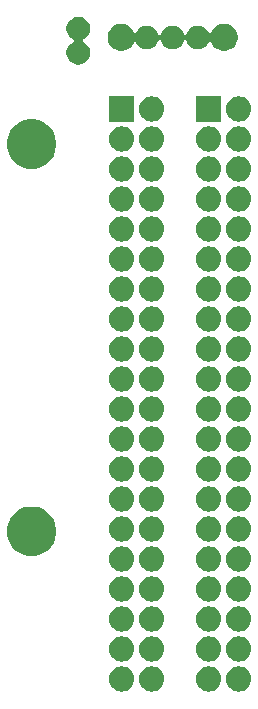
<source format=gbr>
G04 #@! TF.GenerationSoftware,KiCad,Pcbnew,5.0.2+dfsg1-1~bpo9+1*
G04 #@! TF.CreationDate,2019-07-06T14:36:30+01:00*
G04 #@! TF.ProjectId,pi_gpio_breakout_fan,70695f67-7069-46f5-9f62-7265616b6f75,rev?*
G04 #@! TF.SameCoordinates,Original*
G04 #@! TF.FileFunction,Soldermask,Top*
G04 #@! TF.FilePolarity,Negative*
%FSLAX46Y46*%
G04 Gerber Fmt 4.6, Leading zero omitted, Abs format (unit mm)*
G04 Created by KiCad (PCBNEW 5.0.2+dfsg1-1~bpo9+1) date Sat 06 Jul 2019 14:36:30 BST*
%MOMM*%
%LPD*%
G01*
G04 APERTURE LIST*
%ADD10C,0.100000*%
G04 APERTURE END LIST*
D10*
G36*
X158704503Y-152113789D02*
X158904991Y-152174607D01*
X159089764Y-152273369D01*
X159251718Y-152406282D01*
X159384631Y-152568236D01*
X159483393Y-152753009D01*
X159544211Y-152953497D01*
X159564746Y-153162000D01*
X159544211Y-153370503D01*
X159483393Y-153570991D01*
X159384631Y-153755764D01*
X159251718Y-153917718D01*
X159089764Y-154050631D01*
X158904991Y-154149393D01*
X158704503Y-154210211D01*
X158548251Y-154225600D01*
X158443749Y-154225600D01*
X158287497Y-154210211D01*
X158087009Y-154149393D01*
X157902236Y-154050631D01*
X157740282Y-153917718D01*
X157607369Y-153755764D01*
X157508607Y-153570991D01*
X157447789Y-153370503D01*
X157427254Y-153162000D01*
X157447789Y-152953497D01*
X157508607Y-152753009D01*
X157607369Y-152568236D01*
X157740282Y-152406282D01*
X157902236Y-152273369D01*
X158087009Y-152174607D01*
X158287497Y-152113789D01*
X158443749Y-152098400D01*
X158548251Y-152098400D01*
X158704503Y-152113789D01*
X158704503Y-152113789D01*
G37*
G36*
X156164503Y-152113789D02*
X156364991Y-152174607D01*
X156549764Y-152273369D01*
X156711718Y-152406282D01*
X156844631Y-152568236D01*
X156943393Y-152753009D01*
X157004211Y-152953497D01*
X157024746Y-153162000D01*
X157004211Y-153370503D01*
X156943393Y-153570991D01*
X156844631Y-153755764D01*
X156711718Y-153917718D01*
X156549764Y-154050631D01*
X156364991Y-154149393D01*
X156164503Y-154210211D01*
X156008251Y-154225600D01*
X155903749Y-154225600D01*
X155747497Y-154210211D01*
X155547009Y-154149393D01*
X155362236Y-154050631D01*
X155200282Y-153917718D01*
X155067369Y-153755764D01*
X154968607Y-153570991D01*
X154907789Y-153370503D01*
X154887254Y-153162000D01*
X154907789Y-152953497D01*
X154968607Y-152753009D01*
X155067369Y-152568236D01*
X155200282Y-152406282D01*
X155362236Y-152273369D01*
X155547009Y-152174607D01*
X155747497Y-152113789D01*
X155903749Y-152098400D01*
X156008251Y-152098400D01*
X156164503Y-152113789D01*
X156164503Y-152113789D01*
G37*
G36*
X148798503Y-152113789D02*
X148998991Y-152174607D01*
X149183764Y-152273369D01*
X149345718Y-152406282D01*
X149478631Y-152568236D01*
X149577393Y-152753009D01*
X149638211Y-152953497D01*
X149658746Y-153162000D01*
X149638211Y-153370503D01*
X149577393Y-153570991D01*
X149478631Y-153755764D01*
X149345718Y-153917718D01*
X149183764Y-154050631D01*
X148998991Y-154149393D01*
X148798503Y-154210211D01*
X148642251Y-154225600D01*
X148537749Y-154225600D01*
X148381497Y-154210211D01*
X148181009Y-154149393D01*
X147996236Y-154050631D01*
X147834282Y-153917718D01*
X147701369Y-153755764D01*
X147602607Y-153570991D01*
X147541789Y-153370503D01*
X147521254Y-153162000D01*
X147541789Y-152953497D01*
X147602607Y-152753009D01*
X147701369Y-152568236D01*
X147834282Y-152406282D01*
X147996236Y-152273369D01*
X148181009Y-152174607D01*
X148381497Y-152113789D01*
X148537749Y-152098400D01*
X148642251Y-152098400D01*
X148798503Y-152113789D01*
X148798503Y-152113789D01*
G37*
G36*
X151338503Y-152113789D02*
X151538991Y-152174607D01*
X151723764Y-152273369D01*
X151885718Y-152406282D01*
X152018631Y-152568236D01*
X152117393Y-152753009D01*
X152178211Y-152953497D01*
X152198746Y-153162000D01*
X152178211Y-153370503D01*
X152117393Y-153570991D01*
X152018631Y-153755764D01*
X151885718Y-153917718D01*
X151723764Y-154050631D01*
X151538991Y-154149393D01*
X151338503Y-154210211D01*
X151182251Y-154225600D01*
X151077749Y-154225600D01*
X150921497Y-154210211D01*
X150721009Y-154149393D01*
X150536236Y-154050631D01*
X150374282Y-153917718D01*
X150241369Y-153755764D01*
X150142607Y-153570991D01*
X150081789Y-153370503D01*
X150061254Y-153162000D01*
X150081789Y-152953497D01*
X150142607Y-152753009D01*
X150241369Y-152568236D01*
X150374282Y-152406282D01*
X150536236Y-152273369D01*
X150721009Y-152174607D01*
X150921497Y-152113789D01*
X151077749Y-152098400D01*
X151182251Y-152098400D01*
X151338503Y-152113789D01*
X151338503Y-152113789D01*
G37*
G36*
X156164503Y-149573789D02*
X156364991Y-149634607D01*
X156549764Y-149733369D01*
X156711718Y-149866282D01*
X156844631Y-150028236D01*
X156943393Y-150213009D01*
X157004211Y-150413497D01*
X157024746Y-150622000D01*
X157004211Y-150830503D01*
X156943393Y-151030991D01*
X156844631Y-151215764D01*
X156711718Y-151377718D01*
X156549764Y-151510631D01*
X156364991Y-151609393D01*
X156164503Y-151670211D01*
X156008251Y-151685600D01*
X155903749Y-151685600D01*
X155747497Y-151670211D01*
X155547009Y-151609393D01*
X155362236Y-151510631D01*
X155200282Y-151377718D01*
X155067369Y-151215764D01*
X154968607Y-151030991D01*
X154907789Y-150830503D01*
X154887254Y-150622000D01*
X154907789Y-150413497D01*
X154968607Y-150213009D01*
X155067369Y-150028236D01*
X155200282Y-149866282D01*
X155362236Y-149733369D01*
X155547009Y-149634607D01*
X155747497Y-149573789D01*
X155903749Y-149558400D01*
X156008251Y-149558400D01*
X156164503Y-149573789D01*
X156164503Y-149573789D01*
G37*
G36*
X151338503Y-149573789D02*
X151538991Y-149634607D01*
X151723764Y-149733369D01*
X151885718Y-149866282D01*
X152018631Y-150028236D01*
X152117393Y-150213009D01*
X152178211Y-150413497D01*
X152198746Y-150622000D01*
X152178211Y-150830503D01*
X152117393Y-151030991D01*
X152018631Y-151215764D01*
X151885718Y-151377718D01*
X151723764Y-151510631D01*
X151538991Y-151609393D01*
X151338503Y-151670211D01*
X151182251Y-151685600D01*
X151077749Y-151685600D01*
X150921497Y-151670211D01*
X150721009Y-151609393D01*
X150536236Y-151510631D01*
X150374282Y-151377718D01*
X150241369Y-151215764D01*
X150142607Y-151030991D01*
X150081789Y-150830503D01*
X150061254Y-150622000D01*
X150081789Y-150413497D01*
X150142607Y-150213009D01*
X150241369Y-150028236D01*
X150374282Y-149866282D01*
X150536236Y-149733369D01*
X150721009Y-149634607D01*
X150921497Y-149573789D01*
X151077749Y-149558400D01*
X151182251Y-149558400D01*
X151338503Y-149573789D01*
X151338503Y-149573789D01*
G37*
G36*
X148798503Y-149573789D02*
X148998991Y-149634607D01*
X149183764Y-149733369D01*
X149345718Y-149866282D01*
X149478631Y-150028236D01*
X149577393Y-150213009D01*
X149638211Y-150413497D01*
X149658746Y-150622000D01*
X149638211Y-150830503D01*
X149577393Y-151030991D01*
X149478631Y-151215764D01*
X149345718Y-151377718D01*
X149183764Y-151510631D01*
X148998991Y-151609393D01*
X148798503Y-151670211D01*
X148642251Y-151685600D01*
X148537749Y-151685600D01*
X148381497Y-151670211D01*
X148181009Y-151609393D01*
X147996236Y-151510631D01*
X147834282Y-151377718D01*
X147701369Y-151215764D01*
X147602607Y-151030991D01*
X147541789Y-150830503D01*
X147521254Y-150622000D01*
X147541789Y-150413497D01*
X147602607Y-150213009D01*
X147701369Y-150028236D01*
X147834282Y-149866282D01*
X147996236Y-149733369D01*
X148181009Y-149634607D01*
X148381497Y-149573789D01*
X148537749Y-149558400D01*
X148642251Y-149558400D01*
X148798503Y-149573789D01*
X148798503Y-149573789D01*
G37*
G36*
X158704503Y-149573789D02*
X158904991Y-149634607D01*
X159089764Y-149733369D01*
X159251718Y-149866282D01*
X159384631Y-150028236D01*
X159483393Y-150213009D01*
X159544211Y-150413497D01*
X159564746Y-150622000D01*
X159544211Y-150830503D01*
X159483393Y-151030991D01*
X159384631Y-151215764D01*
X159251718Y-151377718D01*
X159089764Y-151510631D01*
X158904991Y-151609393D01*
X158704503Y-151670211D01*
X158548251Y-151685600D01*
X158443749Y-151685600D01*
X158287497Y-151670211D01*
X158087009Y-151609393D01*
X157902236Y-151510631D01*
X157740282Y-151377718D01*
X157607369Y-151215764D01*
X157508607Y-151030991D01*
X157447789Y-150830503D01*
X157427254Y-150622000D01*
X157447789Y-150413497D01*
X157508607Y-150213009D01*
X157607369Y-150028236D01*
X157740282Y-149866282D01*
X157902236Y-149733369D01*
X158087009Y-149634607D01*
X158287497Y-149573789D01*
X158443749Y-149558400D01*
X158548251Y-149558400D01*
X158704503Y-149573789D01*
X158704503Y-149573789D01*
G37*
G36*
X148798503Y-147033789D02*
X148998991Y-147094607D01*
X149183764Y-147193369D01*
X149345718Y-147326282D01*
X149478631Y-147488236D01*
X149577393Y-147673009D01*
X149638211Y-147873497D01*
X149658746Y-148082000D01*
X149638211Y-148290503D01*
X149577393Y-148490991D01*
X149478631Y-148675764D01*
X149345718Y-148837718D01*
X149183764Y-148970631D01*
X148998991Y-149069393D01*
X148798503Y-149130211D01*
X148642251Y-149145600D01*
X148537749Y-149145600D01*
X148381497Y-149130211D01*
X148181009Y-149069393D01*
X147996236Y-148970631D01*
X147834282Y-148837718D01*
X147701369Y-148675764D01*
X147602607Y-148490991D01*
X147541789Y-148290503D01*
X147521254Y-148082000D01*
X147541789Y-147873497D01*
X147602607Y-147673009D01*
X147701369Y-147488236D01*
X147834282Y-147326282D01*
X147996236Y-147193369D01*
X148181009Y-147094607D01*
X148381497Y-147033789D01*
X148537749Y-147018400D01*
X148642251Y-147018400D01*
X148798503Y-147033789D01*
X148798503Y-147033789D01*
G37*
G36*
X151338503Y-147033789D02*
X151538991Y-147094607D01*
X151723764Y-147193369D01*
X151885718Y-147326282D01*
X152018631Y-147488236D01*
X152117393Y-147673009D01*
X152178211Y-147873497D01*
X152198746Y-148082000D01*
X152178211Y-148290503D01*
X152117393Y-148490991D01*
X152018631Y-148675764D01*
X151885718Y-148837718D01*
X151723764Y-148970631D01*
X151538991Y-149069393D01*
X151338503Y-149130211D01*
X151182251Y-149145600D01*
X151077749Y-149145600D01*
X150921497Y-149130211D01*
X150721009Y-149069393D01*
X150536236Y-148970631D01*
X150374282Y-148837718D01*
X150241369Y-148675764D01*
X150142607Y-148490991D01*
X150081789Y-148290503D01*
X150061254Y-148082000D01*
X150081789Y-147873497D01*
X150142607Y-147673009D01*
X150241369Y-147488236D01*
X150374282Y-147326282D01*
X150536236Y-147193369D01*
X150721009Y-147094607D01*
X150921497Y-147033789D01*
X151077749Y-147018400D01*
X151182251Y-147018400D01*
X151338503Y-147033789D01*
X151338503Y-147033789D01*
G37*
G36*
X158704503Y-147033789D02*
X158904991Y-147094607D01*
X159089764Y-147193369D01*
X159251718Y-147326282D01*
X159384631Y-147488236D01*
X159483393Y-147673009D01*
X159544211Y-147873497D01*
X159564746Y-148082000D01*
X159544211Y-148290503D01*
X159483393Y-148490991D01*
X159384631Y-148675764D01*
X159251718Y-148837718D01*
X159089764Y-148970631D01*
X158904991Y-149069393D01*
X158704503Y-149130211D01*
X158548251Y-149145600D01*
X158443749Y-149145600D01*
X158287497Y-149130211D01*
X158087009Y-149069393D01*
X157902236Y-148970631D01*
X157740282Y-148837718D01*
X157607369Y-148675764D01*
X157508607Y-148490991D01*
X157447789Y-148290503D01*
X157427254Y-148082000D01*
X157447789Y-147873497D01*
X157508607Y-147673009D01*
X157607369Y-147488236D01*
X157740282Y-147326282D01*
X157902236Y-147193369D01*
X158087009Y-147094607D01*
X158287497Y-147033789D01*
X158443749Y-147018400D01*
X158548251Y-147018400D01*
X158704503Y-147033789D01*
X158704503Y-147033789D01*
G37*
G36*
X156164503Y-147033789D02*
X156364991Y-147094607D01*
X156549764Y-147193369D01*
X156711718Y-147326282D01*
X156844631Y-147488236D01*
X156943393Y-147673009D01*
X157004211Y-147873497D01*
X157024746Y-148082000D01*
X157004211Y-148290503D01*
X156943393Y-148490991D01*
X156844631Y-148675764D01*
X156711718Y-148837718D01*
X156549764Y-148970631D01*
X156364991Y-149069393D01*
X156164503Y-149130211D01*
X156008251Y-149145600D01*
X155903749Y-149145600D01*
X155747497Y-149130211D01*
X155547009Y-149069393D01*
X155362236Y-148970631D01*
X155200282Y-148837718D01*
X155067369Y-148675764D01*
X154968607Y-148490991D01*
X154907789Y-148290503D01*
X154887254Y-148082000D01*
X154907789Y-147873497D01*
X154968607Y-147673009D01*
X155067369Y-147488236D01*
X155200282Y-147326282D01*
X155362236Y-147193369D01*
X155547009Y-147094607D01*
X155747497Y-147033789D01*
X155903749Y-147018400D01*
X156008251Y-147018400D01*
X156164503Y-147033789D01*
X156164503Y-147033789D01*
G37*
G36*
X151338503Y-144493789D02*
X151538991Y-144554607D01*
X151723764Y-144653369D01*
X151885718Y-144786282D01*
X152018631Y-144948236D01*
X152117393Y-145133009D01*
X152178211Y-145333497D01*
X152198746Y-145542000D01*
X152178211Y-145750503D01*
X152117393Y-145950991D01*
X152018631Y-146135764D01*
X151885718Y-146297718D01*
X151723764Y-146430631D01*
X151538991Y-146529393D01*
X151338503Y-146590211D01*
X151182251Y-146605600D01*
X151077749Y-146605600D01*
X150921497Y-146590211D01*
X150721009Y-146529393D01*
X150536236Y-146430631D01*
X150374282Y-146297718D01*
X150241369Y-146135764D01*
X150142607Y-145950991D01*
X150081789Y-145750503D01*
X150061254Y-145542000D01*
X150081789Y-145333497D01*
X150142607Y-145133009D01*
X150241369Y-144948236D01*
X150374282Y-144786282D01*
X150536236Y-144653369D01*
X150721009Y-144554607D01*
X150921497Y-144493789D01*
X151077749Y-144478400D01*
X151182251Y-144478400D01*
X151338503Y-144493789D01*
X151338503Y-144493789D01*
G37*
G36*
X156164503Y-144493789D02*
X156364991Y-144554607D01*
X156549764Y-144653369D01*
X156711718Y-144786282D01*
X156844631Y-144948236D01*
X156943393Y-145133009D01*
X157004211Y-145333497D01*
X157024746Y-145542000D01*
X157004211Y-145750503D01*
X156943393Y-145950991D01*
X156844631Y-146135764D01*
X156711718Y-146297718D01*
X156549764Y-146430631D01*
X156364991Y-146529393D01*
X156164503Y-146590211D01*
X156008251Y-146605600D01*
X155903749Y-146605600D01*
X155747497Y-146590211D01*
X155547009Y-146529393D01*
X155362236Y-146430631D01*
X155200282Y-146297718D01*
X155067369Y-146135764D01*
X154968607Y-145950991D01*
X154907789Y-145750503D01*
X154887254Y-145542000D01*
X154907789Y-145333497D01*
X154968607Y-145133009D01*
X155067369Y-144948236D01*
X155200282Y-144786282D01*
X155362236Y-144653369D01*
X155547009Y-144554607D01*
X155747497Y-144493789D01*
X155903749Y-144478400D01*
X156008251Y-144478400D01*
X156164503Y-144493789D01*
X156164503Y-144493789D01*
G37*
G36*
X148798503Y-144493789D02*
X148998991Y-144554607D01*
X149183764Y-144653369D01*
X149345718Y-144786282D01*
X149478631Y-144948236D01*
X149577393Y-145133009D01*
X149638211Y-145333497D01*
X149658746Y-145542000D01*
X149638211Y-145750503D01*
X149577393Y-145950991D01*
X149478631Y-146135764D01*
X149345718Y-146297718D01*
X149183764Y-146430631D01*
X148998991Y-146529393D01*
X148798503Y-146590211D01*
X148642251Y-146605600D01*
X148537749Y-146605600D01*
X148381497Y-146590211D01*
X148181009Y-146529393D01*
X147996236Y-146430631D01*
X147834282Y-146297718D01*
X147701369Y-146135764D01*
X147602607Y-145950991D01*
X147541789Y-145750503D01*
X147521254Y-145542000D01*
X147541789Y-145333497D01*
X147602607Y-145133009D01*
X147701369Y-144948236D01*
X147834282Y-144786282D01*
X147996236Y-144653369D01*
X148181009Y-144554607D01*
X148381497Y-144493789D01*
X148537749Y-144478400D01*
X148642251Y-144478400D01*
X148798503Y-144493789D01*
X148798503Y-144493789D01*
G37*
G36*
X158704503Y-144493789D02*
X158904991Y-144554607D01*
X159089764Y-144653369D01*
X159251718Y-144786282D01*
X159384631Y-144948236D01*
X159483393Y-145133009D01*
X159544211Y-145333497D01*
X159564746Y-145542000D01*
X159544211Y-145750503D01*
X159483393Y-145950991D01*
X159384631Y-146135764D01*
X159251718Y-146297718D01*
X159089764Y-146430631D01*
X158904991Y-146529393D01*
X158704503Y-146590211D01*
X158548251Y-146605600D01*
X158443749Y-146605600D01*
X158287497Y-146590211D01*
X158087009Y-146529393D01*
X157902236Y-146430631D01*
X157740282Y-146297718D01*
X157607369Y-146135764D01*
X157508607Y-145950991D01*
X157447789Y-145750503D01*
X157427254Y-145542000D01*
X157447789Y-145333497D01*
X157508607Y-145133009D01*
X157607369Y-144948236D01*
X157740282Y-144786282D01*
X157902236Y-144653369D01*
X158087009Y-144554607D01*
X158287497Y-144493789D01*
X158443749Y-144478400D01*
X158548251Y-144478400D01*
X158704503Y-144493789D01*
X158704503Y-144493789D01*
G37*
G36*
X148798503Y-141953789D02*
X148998991Y-142014607D01*
X149183764Y-142113369D01*
X149345718Y-142246282D01*
X149478631Y-142408236D01*
X149577393Y-142593009D01*
X149638211Y-142793497D01*
X149658746Y-143002000D01*
X149638211Y-143210503D01*
X149577393Y-143410991D01*
X149478631Y-143595764D01*
X149345718Y-143757718D01*
X149183764Y-143890631D01*
X148998991Y-143989393D01*
X148798503Y-144050211D01*
X148642251Y-144065600D01*
X148537749Y-144065600D01*
X148381497Y-144050211D01*
X148181009Y-143989393D01*
X147996236Y-143890631D01*
X147834282Y-143757718D01*
X147701369Y-143595764D01*
X147602607Y-143410991D01*
X147541789Y-143210503D01*
X147521254Y-143002000D01*
X147541789Y-142793497D01*
X147602607Y-142593009D01*
X147701369Y-142408236D01*
X147834282Y-142246282D01*
X147996236Y-142113369D01*
X148181009Y-142014607D01*
X148381497Y-141953789D01*
X148537749Y-141938400D01*
X148642251Y-141938400D01*
X148798503Y-141953789D01*
X148798503Y-141953789D01*
G37*
G36*
X151338503Y-141953789D02*
X151538991Y-142014607D01*
X151723764Y-142113369D01*
X151885718Y-142246282D01*
X152018631Y-142408236D01*
X152117393Y-142593009D01*
X152178211Y-142793497D01*
X152198746Y-143002000D01*
X152178211Y-143210503D01*
X152117393Y-143410991D01*
X152018631Y-143595764D01*
X151885718Y-143757718D01*
X151723764Y-143890631D01*
X151538991Y-143989393D01*
X151338503Y-144050211D01*
X151182251Y-144065600D01*
X151077749Y-144065600D01*
X150921497Y-144050211D01*
X150721009Y-143989393D01*
X150536236Y-143890631D01*
X150374282Y-143757718D01*
X150241369Y-143595764D01*
X150142607Y-143410991D01*
X150081789Y-143210503D01*
X150061254Y-143002000D01*
X150081789Y-142793497D01*
X150142607Y-142593009D01*
X150241369Y-142408236D01*
X150374282Y-142246282D01*
X150536236Y-142113369D01*
X150721009Y-142014607D01*
X150921497Y-141953789D01*
X151077749Y-141938400D01*
X151182251Y-141938400D01*
X151338503Y-141953789D01*
X151338503Y-141953789D01*
G37*
G36*
X158704503Y-141953789D02*
X158904991Y-142014607D01*
X159089764Y-142113369D01*
X159251718Y-142246282D01*
X159384631Y-142408236D01*
X159483393Y-142593009D01*
X159544211Y-142793497D01*
X159564746Y-143002000D01*
X159544211Y-143210503D01*
X159483393Y-143410991D01*
X159384631Y-143595764D01*
X159251718Y-143757718D01*
X159089764Y-143890631D01*
X158904991Y-143989393D01*
X158704503Y-144050211D01*
X158548251Y-144065600D01*
X158443749Y-144065600D01*
X158287497Y-144050211D01*
X158087009Y-143989393D01*
X157902236Y-143890631D01*
X157740282Y-143757718D01*
X157607369Y-143595764D01*
X157508607Y-143410991D01*
X157447789Y-143210503D01*
X157427254Y-143002000D01*
X157447789Y-142793497D01*
X157508607Y-142593009D01*
X157607369Y-142408236D01*
X157740282Y-142246282D01*
X157902236Y-142113369D01*
X158087009Y-142014607D01*
X158287497Y-141953789D01*
X158443749Y-141938400D01*
X158548251Y-141938400D01*
X158704503Y-141953789D01*
X158704503Y-141953789D01*
G37*
G36*
X156164503Y-141953789D02*
X156364991Y-142014607D01*
X156549764Y-142113369D01*
X156711718Y-142246282D01*
X156844631Y-142408236D01*
X156943393Y-142593009D01*
X157004211Y-142793497D01*
X157024746Y-143002000D01*
X157004211Y-143210503D01*
X156943393Y-143410991D01*
X156844631Y-143595764D01*
X156711718Y-143757718D01*
X156549764Y-143890631D01*
X156364991Y-143989393D01*
X156164503Y-144050211D01*
X156008251Y-144065600D01*
X155903749Y-144065600D01*
X155747497Y-144050211D01*
X155547009Y-143989393D01*
X155362236Y-143890631D01*
X155200282Y-143757718D01*
X155067369Y-143595764D01*
X154968607Y-143410991D01*
X154907789Y-143210503D01*
X154887254Y-143002000D01*
X154907789Y-142793497D01*
X154968607Y-142593009D01*
X155067369Y-142408236D01*
X155200282Y-142246282D01*
X155362236Y-142113369D01*
X155547009Y-142014607D01*
X155747497Y-141953789D01*
X155903749Y-141938400D01*
X156008251Y-141938400D01*
X156164503Y-141953789D01*
X156164503Y-141953789D01*
G37*
G36*
X141569847Y-138645901D02*
X141952022Y-138804203D01*
X141961642Y-138810631D01*
X142295972Y-139034023D01*
X142588477Y-139326528D01*
X142687420Y-139474607D01*
X142818297Y-139670478D01*
X142976599Y-140052653D01*
X143057300Y-140458367D01*
X143057300Y-140872033D01*
X142976599Y-141277747D01*
X142818297Y-141659922D01*
X142818296Y-141659923D01*
X142588477Y-142003872D01*
X142295972Y-142296377D01*
X142128563Y-142408236D01*
X141952022Y-142526197D01*
X141569847Y-142684499D01*
X141164133Y-142765200D01*
X140750467Y-142765200D01*
X140344753Y-142684499D01*
X139962578Y-142526197D01*
X139786037Y-142408236D01*
X139618628Y-142296377D01*
X139326123Y-142003872D01*
X139096304Y-141659923D01*
X139096303Y-141659922D01*
X138938001Y-141277747D01*
X138857300Y-140872033D01*
X138857300Y-140458367D01*
X138938001Y-140052653D01*
X139096303Y-139670478D01*
X139227180Y-139474607D01*
X139326123Y-139326528D01*
X139618628Y-139034023D01*
X139952958Y-138810631D01*
X139962578Y-138804203D01*
X140344753Y-138645901D01*
X140750467Y-138565200D01*
X141164133Y-138565200D01*
X141569847Y-138645901D01*
X141569847Y-138645901D01*
G37*
G36*
X148798503Y-139413789D02*
X148998991Y-139474607D01*
X149183764Y-139573369D01*
X149345718Y-139706282D01*
X149478631Y-139868236D01*
X149577393Y-140053009D01*
X149638211Y-140253497D01*
X149658746Y-140462000D01*
X149638211Y-140670503D01*
X149577393Y-140870991D01*
X149478631Y-141055764D01*
X149345718Y-141217718D01*
X149183764Y-141350631D01*
X148998991Y-141449393D01*
X148798503Y-141510211D01*
X148642251Y-141525600D01*
X148537749Y-141525600D01*
X148381497Y-141510211D01*
X148181009Y-141449393D01*
X147996236Y-141350631D01*
X147834282Y-141217718D01*
X147701369Y-141055764D01*
X147602607Y-140870991D01*
X147541789Y-140670503D01*
X147521254Y-140462000D01*
X147541789Y-140253497D01*
X147602607Y-140053009D01*
X147701369Y-139868236D01*
X147834282Y-139706282D01*
X147996236Y-139573369D01*
X148181009Y-139474607D01*
X148381497Y-139413789D01*
X148537749Y-139398400D01*
X148642251Y-139398400D01*
X148798503Y-139413789D01*
X148798503Y-139413789D01*
G37*
G36*
X158704503Y-139413789D02*
X158904991Y-139474607D01*
X159089764Y-139573369D01*
X159251718Y-139706282D01*
X159384631Y-139868236D01*
X159483393Y-140053009D01*
X159544211Y-140253497D01*
X159564746Y-140462000D01*
X159544211Y-140670503D01*
X159483393Y-140870991D01*
X159384631Y-141055764D01*
X159251718Y-141217718D01*
X159089764Y-141350631D01*
X158904991Y-141449393D01*
X158704503Y-141510211D01*
X158548251Y-141525600D01*
X158443749Y-141525600D01*
X158287497Y-141510211D01*
X158087009Y-141449393D01*
X157902236Y-141350631D01*
X157740282Y-141217718D01*
X157607369Y-141055764D01*
X157508607Y-140870991D01*
X157447789Y-140670503D01*
X157427254Y-140462000D01*
X157447789Y-140253497D01*
X157508607Y-140053009D01*
X157607369Y-139868236D01*
X157740282Y-139706282D01*
X157902236Y-139573369D01*
X158087009Y-139474607D01*
X158287497Y-139413789D01*
X158443749Y-139398400D01*
X158548251Y-139398400D01*
X158704503Y-139413789D01*
X158704503Y-139413789D01*
G37*
G36*
X151338503Y-139413789D02*
X151538991Y-139474607D01*
X151723764Y-139573369D01*
X151885718Y-139706282D01*
X152018631Y-139868236D01*
X152117393Y-140053009D01*
X152178211Y-140253497D01*
X152198746Y-140462000D01*
X152178211Y-140670503D01*
X152117393Y-140870991D01*
X152018631Y-141055764D01*
X151885718Y-141217718D01*
X151723764Y-141350631D01*
X151538991Y-141449393D01*
X151338503Y-141510211D01*
X151182251Y-141525600D01*
X151077749Y-141525600D01*
X150921497Y-141510211D01*
X150721009Y-141449393D01*
X150536236Y-141350631D01*
X150374282Y-141217718D01*
X150241369Y-141055764D01*
X150142607Y-140870991D01*
X150081789Y-140670503D01*
X150061254Y-140462000D01*
X150081789Y-140253497D01*
X150142607Y-140053009D01*
X150241369Y-139868236D01*
X150374282Y-139706282D01*
X150536236Y-139573369D01*
X150721009Y-139474607D01*
X150921497Y-139413789D01*
X151077749Y-139398400D01*
X151182251Y-139398400D01*
X151338503Y-139413789D01*
X151338503Y-139413789D01*
G37*
G36*
X156164503Y-139413789D02*
X156364991Y-139474607D01*
X156549764Y-139573369D01*
X156711718Y-139706282D01*
X156844631Y-139868236D01*
X156943393Y-140053009D01*
X157004211Y-140253497D01*
X157024746Y-140462000D01*
X157004211Y-140670503D01*
X156943393Y-140870991D01*
X156844631Y-141055764D01*
X156711718Y-141217718D01*
X156549764Y-141350631D01*
X156364991Y-141449393D01*
X156164503Y-141510211D01*
X156008251Y-141525600D01*
X155903749Y-141525600D01*
X155747497Y-141510211D01*
X155547009Y-141449393D01*
X155362236Y-141350631D01*
X155200282Y-141217718D01*
X155067369Y-141055764D01*
X154968607Y-140870991D01*
X154907789Y-140670503D01*
X154887254Y-140462000D01*
X154907789Y-140253497D01*
X154968607Y-140053009D01*
X155067369Y-139868236D01*
X155200282Y-139706282D01*
X155362236Y-139573369D01*
X155547009Y-139474607D01*
X155747497Y-139413789D01*
X155903749Y-139398400D01*
X156008251Y-139398400D01*
X156164503Y-139413789D01*
X156164503Y-139413789D01*
G37*
G36*
X156164503Y-136873789D02*
X156364991Y-136934607D01*
X156549764Y-137033369D01*
X156711718Y-137166282D01*
X156844631Y-137328236D01*
X156943393Y-137513009D01*
X157004211Y-137713497D01*
X157024746Y-137922000D01*
X157004211Y-138130503D01*
X156943393Y-138330991D01*
X156844631Y-138515764D01*
X156711718Y-138677718D01*
X156549764Y-138810631D01*
X156364991Y-138909393D01*
X156164503Y-138970211D01*
X156008251Y-138985600D01*
X155903749Y-138985600D01*
X155747497Y-138970211D01*
X155547009Y-138909393D01*
X155362236Y-138810631D01*
X155200282Y-138677718D01*
X155067369Y-138515764D01*
X154968607Y-138330991D01*
X154907789Y-138130503D01*
X154887254Y-137922000D01*
X154907789Y-137713497D01*
X154968607Y-137513009D01*
X155067369Y-137328236D01*
X155200282Y-137166282D01*
X155362236Y-137033369D01*
X155547009Y-136934607D01*
X155747497Y-136873789D01*
X155903749Y-136858400D01*
X156008251Y-136858400D01*
X156164503Y-136873789D01*
X156164503Y-136873789D01*
G37*
G36*
X151338503Y-136873789D02*
X151538991Y-136934607D01*
X151723764Y-137033369D01*
X151885718Y-137166282D01*
X152018631Y-137328236D01*
X152117393Y-137513009D01*
X152178211Y-137713497D01*
X152198746Y-137922000D01*
X152178211Y-138130503D01*
X152117393Y-138330991D01*
X152018631Y-138515764D01*
X151885718Y-138677718D01*
X151723764Y-138810631D01*
X151538991Y-138909393D01*
X151338503Y-138970211D01*
X151182251Y-138985600D01*
X151077749Y-138985600D01*
X150921497Y-138970211D01*
X150721009Y-138909393D01*
X150536236Y-138810631D01*
X150374282Y-138677718D01*
X150241369Y-138515764D01*
X150142607Y-138330991D01*
X150081789Y-138130503D01*
X150061254Y-137922000D01*
X150081789Y-137713497D01*
X150142607Y-137513009D01*
X150241369Y-137328236D01*
X150374282Y-137166282D01*
X150536236Y-137033369D01*
X150721009Y-136934607D01*
X150921497Y-136873789D01*
X151077749Y-136858400D01*
X151182251Y-136858400D01*
X151338503Y-136873789D01*
X151338503Y-136873789D01*
G37*
G36*
X158704503Y-136873789D02*
X158904991Y-136934607D01*
X159089764Y-137033369D01*
X159251718Y-137166282D01*
X159384631Y-137328236D01*
X159483393Y-137513009D01*
X159544211Y-137713497D01*
X159564746Y-137922000D01*
X159544211Y-138130503D01*
X159483393Y-138330991D01*
X159384631Y-138515764D01*
X159251718Y-138677718D01*
X159089764Y-138810631D01*
X158904991Y-138909393D01*
X158704503Y-138970211D01*
X158548251Y-138985600D01*
X158443749Y-138985600D01*
X158287497Y-138970211D01*
X158087009Y-138909393D01*
X157902236Y-138810631D01*
X157740282Y-138677718D01*
X157607369Y-138515764D01*
X157508607Y-138330991D01*
X157447789Y-138130503D01*
X157427254Y-137922000D01*
X157447789Y-137713497D01*
X157508607Y-137513009D01*
X157607369Y-137328236D01*
X157740282Y-137166282D01*
X157902236Y-137033369D01*
X158087009Y-136934607D01*
X158287497Y-136873789D01*
X158443749Y-136858400D01*
X158548251Y-136858400D01*
X158704503Y-136873789D01*
X158704503Y-136873789D01*
G37*
G36*
X148798503Y-136873789D02*
X148998991Y-136934607D01*
X149183764Y-137033369D01*
X149345718Y-137166282D01*
X149478631Y-137328236D01*
X149577393Y-137513009D01*
X149638211Y-137713497D01*
X149658746Y-137922000D01*
X149638211Y-138130503D01*
X149577393Y-138330991D01*
X149478631Y-138515764D01*
X149345718Y-138677718D01*
X149183764Y-138810631D01*
X148998991Y-138909393D01*
X148798503Y-138970211D01*
X148642251Y-138985600D01*
X148537749Y-138985600D01*
X148381497Y-138970211D01*
X148181009Y-138909393D01*
X147996236Y-138810631D01*
X147834282Y-138677718D01*
X147701369Y-138515764D01*
X147602607Y-138330991D01*
X147541789Y-138130503D01*
X147521254Y-137922000D01*
X147541789Y-137713497D01*
X147602607Y-137513009D01*
X147701369Y-137328236D01*
X147834282Y-137166282D01*
X147996236Y-137033369D01*
X148181009Y-136934607D01*
X148381497Y-136873789D01*
X148537749Y-136858400D01*
X148642251Y-136858400D01*
X148798503Y-136873789D01*
X148798503Y-136873789D01*
G37*
G36*
X151338503Y-134333789D02*
X151538991Y-134394607D01*
X151723764Y-134493369D01*
X151885718Y-134626282D01*
X152018631Y-134788236D01*
X152117393Y-134973009D01*
X152178211Y-135173497D01*
X152198746Y-135382000D01*
X152178211Y-135590503D01*
X152117393Y-135790991D01*
X152018631Y-135975764D01*
X151885718Y-136137718D01*
X151723764Y-136270631D01*
X151538991Y-136369393D01*
X151338503Y-136430211D01*
X151182251Y-136445600D01*
X151077749Y-136445600D01*
X150921497Y-136430211D01*
X150721009Y-136369393D01*
X150536236Y-136270631D01*
X150374282Y-136137718D01*
X150241369Y-135975764D01*
X150142607Y-135790991D01*
X150081789Y-135590503D01*
X150061254Y-135382000D01*
X150081789Y-135173497D01*
X150142607Y-134973009D01*
X150241369Y-134788236D01*
X150374282Y-134626282D01*
X150536236Y-134493369D01*
X150721009Y-134394607D01*
X150921497Y-134333789D01*
X151077749Y-134318400D01*
X151182251Y-134318400D01*
X151338503Y-134333789D01*
X151338503Y-134333789D01*
G37*
G36*
X156164503Y-134333789D02*
X156364991Y-134394607D01*
X156549764Y-134493369D01*
X156711718Y-134626282D01*
X156844631Y-134788236D01*
X156943393Y-134973009D01*
X157004211Y-135173497D01*
X157024746Y-135382000D01*
X157004211Y-135590503D01*
X156943393Y-135790991D01*
X156844631Y-135975764D01*
X156711718Y-136137718D01*
X156549764Y-136270631D01*
X156364991Y-136369393D01*
X156164503Y-136430211D01*
X156008251Y-136445600D01*
X155903749Y-136445600D01*
X155747497Y-136430211D01*
X155547009Y-136369393D01*
X155362236Y-136270631D01*
X155200282Y-136137718D01*
X155067369Y-135975764D01*
X154968607Y-135790991D01*
X154907789Y-135590503D01*
X154887254Y-135382000D01*
X154907789Y-135173497D01*
X154968607Y-134973009D01*
X155067369Y-134788236D01*
X155200282Y-134626282D01*
X155362236Y-134493369D01*
X155547009Y-134394607D01*
X155747497Y-134333789D01*
X155903749Y-134318400D01*
X156008251Y-134318400D01*
X156164503Y-134333789D01*
X156164503Y-134333789D01*
G37*
G36*
X148798503Y-134333789D02*
X148998991Y-134394607D01*
X149183764Y-134493369D01*
X149345718Y-134626282D01*
X149478631Y-134788236D01*
X149577393Y-134973009D01*
X149638211Y-135173497D01*
X149658746Y-135382000D01*
X149638211Y-135590503D01*
X149577393Y-135790991D01*
X149478631Y-135975764D01*
X149345718Y-136137718D01*
X149183764Y-136270631D01*
X148998991Y-136369393D01*
X148798503Y-136430211D01*
X148642251Y-136445600D01*
X148537749Y-136445600D01*
X148381497Y-136430211D01*
X148181009Y-136369393D01*
X147996236Y-136270631D01*
X147834282Y-136137718D01*
X147701369Y-135975764D01*
X147602607Y-135790991D01*
X147541789Y-135590503D01*
X147521254Y-135382000D01*
X147541789Y-135173497D01*
X147602607Y-134973009D01*
X147701369Y-134788236D01*
X147834282Y-134626282D01*
X147996236Y-134493369D01*
X148181009Y-134394607D01*
X148381497Y-134333789D01*
X148537749Y-134318400D01*
X148642251Y-134318400D01*
X148798503Y-134333789D01*
X148798503Y-134333789D01*
G37*
G36*
X158704503Y-134333789D02*
X158904991Y-134394607D01*
X159089764Y-134493369D01*
X159251718Y-134626282D01*
X159384631Y-134788236D01*
X159483393Y-134973009D01*
X159544211Y-135173497D01*
X159564746Y-135382000D01*
X159544211Y-135590503D01*
X159483393Y-135790991D01*
X159384631Y-135975764D01*
X159251718Y-136137718D01*
X159089764Y-136270631D01*
X158904991Y-136369393D01*
X158704503Y-136430211D01*
X158548251Y-136445600D01*
X158443749Y-136445600D01*
X158287497Y-136430211D01*
X158087009Y-136369393D01*
X157902236Y-136270631D01*
X157740282Y-136137718D01*
X157607369Y-135975764D01*
X157508607Y-135790991D01*
X157447789Y-135590503D01*
X157427254Y-135382000D01*
X157447789Y-135173497D01*
X157508607Y-134973009D01*
X157607369Y-134788236D01*
X157740282Y-134626282D01*
X157902236Y-134493369D01*
X158087009Y-134394607D01*
X158287497Y-134333789D01*
X158443749Y-134318400D01*
X158548251Y-134318400D01*
X158704503Y-134333789D01*
X158704503Y-134333789D01*
G37*
G36*
X156164503Y-131793789D02*
X156364991Y-131854607D01*
X156549764Y-131953369D01*
X156711718Y-132086282D01*
X156844631Y-132248236D01*
X156943393Y-132433009D01*
X157004211Y-132633497D01*
X157024746Y-132842000D01*
X157004211Y-133050503D01*
X156943393Y-133250991D01*
X156844631Y-133435764D01*
X156711718Y-133597718D01*
X156549764Y-133730631D01*
X156364991Y-133829393D01*
X156164503Y-133890211D01*
X156008251Y-133905600D01*
X155903749Y-133905600D01*
X155747497Y-133890211D01*
X155547009Y-133829393D01*
X155362236Y-133730631D01*
X155200282Y-133597718D01*
X155067369Y-133435764D01*
X154968607Y-133250991D01*
X154907789Y-133050503D01*
X154887254Y-132842000D01*
X154907789Y-132633497D01*
X154968607Y-132433009D01*
X155067369Y-132248236D01*
X155200282Y-132086282D01*
X155362236Y-131953369D01*
X155547009Y-131854607D01*
X155747497Y-131793789D01*
X155903749Y-131778400D01*
X156008251Y-131778400D01*
X156164503Y-131793789D01*
X156164503Y-131793789D01*
G37*
G36*
X151338503Y-131793789D02*
X151538991Y-131854607D01*
X151723764Y-131953369D01*
X151885718Y-132086282D01*
X152018631Y-132248236D01*
X152117393Y-132433009D01*
X152178211Y-132633497D01*
X152198746Y-132842000D01*
X152178211Y-133050503D01*
X152117393Y-133250991D01*
X152018631Y-133435764D01*
X151885718Y-133597718D01*
X151723764Y-133730631D01*
X151538991Y-133829393D01*
X151338503Y-133890211D01*
X151182251Y-133905600D01*
X151077749Y-133905600D01*
X150921497Y-133890211D01*
X150721009Y-133829393D01*
X150536236Y-133730631D01*
X150374282Y-133597718D01*
X150241369Y-133435764D01*
X150142607Y-133250991D01*
X150081789Y-133050503D01*
X150061254Y-132842000D01*
X150081789Y-132633497D01*
X150142607Y-132433009D01*
X150241369Y-132248236D01*
X150374282Y-132086282D01*
X150536236Y-131953369D01*
X150721009Y-131854607D01*
X150921497Y-131793789D01*
X151077749Y-131778400D01*
X151182251Y-131778400D01*
X151338503Y-131793789D01*
X151338503Y-131793789D01*
G37*
G36*
X148798503Y-131793789D02*
X148998991Y-131854607D01*
X149183764Y-131953369D01*
X149345718Y-132086282D01*
X149478631Y-132248236D01*
X149577393Y-132433009D01*
X149638211Y-132633497D01*
X149658746Y-132842000D01*
X149638211Y-133050503D01*
X149577393Y-133250991D01*
X149478631Y-133435764D01*
X149345718Y-133597718D01*
X149183764Y-133730631D01*
X148998991Y-133829393D01*
X148798503Y-133890211D01*
X148642251Y-133905600D01*
X148537749Y-133905600D01*
X148381497Y-133890211D01*
X148181009Y-133829393D01*
X147996236Y-133730631D01*
X147834282Y-133597718D01*
X147701369Y-133435764D01*
X147602607Y-133250991D01*
X147541789Y-133050503D01*
X147521254Y-132842000D01*
X147541789Y-132633497D01*
X147602607Y-132433009D01*
X147701369Y-132248236D01*
X147834282Y-132086282D01*
X147996236Y-131953369D01*
X148181009Y-131854607D01*
X148381497Y-131793789D01*
X148537749Y-131778400D01*
X148642251Y-131778400D01*
X148798503Y-131793789D01*
X148798503Y-131793789D01*
G37*
G36*
X158704503Y-131793789D02*
X158904991Y-131854607D01*
X159089764Y-131953369D01*
X159251718Y-132086282D01*
X159384631Y-132248236D01*
X159483393Y-132433009D01*
X159544211Y-132633497D01*
X159564746Y-132842000D01*
X159544211Y-133050503D01*
X159483393Y-133250991D01*
X159384631Y-133435764D01*
X159251718Y-133597718D01*
X159089764Y-133730631D01*
X158904991Y-133829393D01*
X158704503Y-133890211D01*
X158548251Y-133905600D01*
X158443749Y-133905600D01*
X158287497Y-133890211D01*
X158087009Y-133829393D01*
X157902236Y-133730631D01*
X157740282Y-133597718D01*
X157607369Y-133435764D01*
X157508607Y-133250991D01*
X157447789Y-133050503D01*
X157427254Y-132842000D01*
X157447789Y-132633497D01*
X157508607Y-132433009D01*
X157607369Y-132248236D01*
X157740282Y-132086282D01*
X157902236Y-131953369D01*
X158087009Y-131854607D01*
X158287497Y-131793789D01*
X158443749Y-131778400D01*
X158548251Y-131778400D01*
X158704503Y-131793789D01*
X158704503Y-131793789D01*
G37*
G36*
X148798503Y-129253789D02*
X148998991Y-129314607D01*
X149183764Y-129413369D01*
X149345718Y-129546282D01*
X149478631Y-129708236D01*
X149577393Y-129893009D01*
X149638211Y-130093497D01*
X149658746Y-130302000D01*
X149638211Y-130510503D01*
X149577393Y-130710991D01*
X149478631Y-130895764D01*
X149345718Y-131057718D01*
X149183764Y-131190631D01*
X148998991Y-131289393D01*
X148798503Y-131350211D01*
X148642251Y-131365600D01*
X148537749Y-131365600D01*
X148381497Y-131350211D01*
X148181009Y-131289393D01*
X147996236Y-131190631D01*
X147834282Y-131057718D01*
X147701369Y-130895764D01*
X147602607Y-130710991D01*
X147541789Y-130510503D01*
X147521254Y-130302000D01*
X147541789Y-130093497D01*
X147602607Y-129893009D01*
X147701369Y-129708236D01*
X147834282Y-129546282D01*
X147996236Y-129413369D01*
X148181009Y-129314607D01*
X148381497Y-129253789D01*
X148537749Y-129238400D01*
X148642251Y-129238400D01*
X148798503Y-129253789D01*
X148798503Y-129253789D01*
G37*
G36*
X156164503Y-129253789D02*
X156364991Y-129314607D01*
X156549764Y-129413369D01*
X156711718Y-129546282D01*
X156844631Y-129708236D01*
X156943393Y-129893009D01*
X157004211Y-130093497D01*
X157024746Y-130302000D01*
X157004211Y-130510503D01*
X156943393Y-130710991D01*
X156844631Y-130895764D01*
X156711718Y-131057718D01*
X156549764Y-131190631D01*
X156364991Y-131289393D01*
X156164503Y-131350211D01*
X156008251Y-131365600D01*
X155903749Y-131365600D01*
X155747497Y-131350211D01*
X155547009Y-131289393D01*
X155362236Y-131190631D01*
X155200282Y-131057718D01*
X155067369Y-130895764D01*
X154968607Y-130710991D01*
X154907789Y-130510503D01*
X154887254Y-130302000D01*
X154907789Y-130093497D01*
X154968607Y-129893009D01*
X155067369Y-129708236D01*
X155200282Y-129546282D01*
X155362236Y-129413369D01*
X155547009Y-129314607D01*
X155747497Y-129253789D01*
X155903749Y-129238400D01*
X156008251Y-129238400D01*
X156164503Y-129253789D01*
X156164503Y-129253789D01*
G37*
G36*
X158704503Y-129253789D02*
X158904991Y-129314607D01*
X159089764Y-129413369D01*
X159251718Y-129546282D01*
X159384631Y-129708236D01*
X159483393Y-129893009D01*
X159544211Y-130093497D01*
X159564746Y-130302000D01*
X159544211Y-130510503D01*
X159483393Y-130710991D01*
X159384631Y-130895764D01*
X159251718Y-131057718D01*
X159089764Y-131190631D01*
X158904991Y-131289393D01*
X158704503Y-131350211D01*
X158548251Y-131365600D01*
X158443749Y-131365600D01*
X158287497Y-131350211D01*
X158087009Y-131289393D01*
X157902236Y-131190631D01*
X157740282Y-131057718D01*
X157607369Y-130895764D01*
X157508607Y-130710991D01*
X157447789Y-130510503D01*
X157427254Y-130302000D01*
X157447789Y-130093497D01*
X157508607Y-129893009D01*
X157607369Y-129708236D01*
X157740282Y-129546282D01*
X157902236Y-129413369D01*
X158087009Y-129314607D01*
X158287497Y-129253789D01*
X158443749Y-129238400D01*
X158548251Y-129238400D01*
X158704503Y-129253789D01*
X158704503Y-129253789D01*
G37*
G36*
X151338503Y-129253789D02*
X151538991Y-129314607D01*
X151723764Y-129413369D01*
X151885718Y-129546282D01*
X152018631Y-129708236D01*
X152117393Y-129893009D01*
X152178211Y-130093497D01*
X152198746Y-130302000D01*
X152178211Y-130510503D01*
X152117393Y-130710991D01*
X152018631Y-130895764D01*
X151885718Y-131057718D01*
X151723764Y-131190631D01*
X151538991Y-131289393D01*
X151338503Y-131350211D01*
X151182251Y-131365600D01*
X151077749Y-131365600D01*
X150921497Y-131350211D01*
X150721009Y-131289393D01*
X150536236Y-131190631D01*
X150374282Y-131057718D01*
X150241369Y-130895764D01*
X150142607Y-130710991D01*
X150081789Y-130510503D01*
X150061254Y-130302000D01*
X150081789Y-130093497D01*
X150142607Y-129893009D01*
X150241369Y-129708236D01*
X150374282Y-129546282D01*
X150536236Y-129413369D01*
X150721009Y-129314607D01*
X150921497Y-129253789D01*
X151077749Y-129238400D01*
X151182251Y-129238400D01*
X151338503Y-129253789D01*
X151338503Y-129253789D01*
G37*
G36*
X151338503Y-126713789D02*
X151538991Y-126774607D01*
X151723764Y-126873369D01*
X151885718Y-127006282D01*
X152018631Y-127168236D01*
X152117393Y-127353009D01*
X152178211Y-127553497D01*
X152198746Y-127762000D01*
X152178211Y-127970503D01*
X152117393Y-128170991D01*
X152018631Y-128355764D01*
X151885718Y-128517718D01*
X151723764Y-128650631D01*
X151538991Y-128749393D01*
X151338503Y-128810211D01*
X151182251Y-128825600D01*
X151077749Y-128825600D01*
X150921497Y-128810211D01*
X150721009Y-128749393D01*
X150536236Y-128650631D01*
X150374282Y-128517718D01*
X150241369Y-128355764D01*
X150142607Y-128170991D01*
X150081789Y-127970503D01*
X150061254Y-127762000D01*
X150081789Y-127553497D01*
X150142607Y-127353009D01*
X150241369Y-127168236D01*
X150374282Y-127006282D01*
X150536236Y-126873369D01*
X150721009Y-126774607D01*
X150921497Y-126713789D01*
X151077749Y-126698400D01*
X151182251Y-126698400D01*
X151338503Y-126713789D01*
X151338503Y-126713789D01*
G37*
G36*
X156164503Y-126713789D02*
X156364991Y-126774607D01*
X156549764Y-126873369D01*
X156711718Y-127006282D01*
X156844631Y-127168236D01*
X156943393Y-127353009D01*
X157004211Y-127553497D01*
X157024746Y-127762000D01*
X157004211Y-127970503D01*
X156943393Y-128170991D01*
X156844631Y-128355764D01*
X156711718Y-128517718D01*
X156549764Y-128650631D01*
X156364991Y-128749393D01*
X156164503Y-128810211D01*
X156008251Y-128825600D01*
X155903749Y-128825600D01*
X155747497Y-128810211D01*
X155547009Y-128749393D01*
X155362236Y-128650631D01*
X155200282Y-128517718D01*
X155067369Y-128355764D01*
X154968607Y-128170991D01*
X154907789Y-127970503D01*
X154887254Y-127762000D01*
X154907789Y-127553497D01*
X154968607Y-127353009D01*
X155067369Y-127168236D01*
X155200282Y-127006282D01*
X155362236Y-126873369D01*
X155547009Y-126774607D01*
X155747497Y-126713789D01*
X155903749Y-126698400D01*
X156008251Y-126698400D01*
X156164503Y-126713789D01*
X156164503Y-126713789D01*
G37*
G36*
X148798503Y-126713789D02*
X148998991Y-126774607D01*
X149183764Y-126873369D01*
X149345718Y-127006282D01*
X149478631Y-127168236D01*
X149577393Y-127353009D01*
X149638211Y-127553497D01*
X149658746Y-127762000D01*
X149638211Y-127970503D01*
X149577393Y-128170991D01*
X149478631Y-128355764D01*
X149345718Y-128517718D01*
X149183764Y-128650631D01*
X148998991Y-128749393D01*
X148798503Y-128810211D01*
X148642251Y-128825600D01*
X148537749Y-128825600D01*
X148381497Y-128810211D01*
X148181009Y-128749393D01*
X147996236Y-128650631D01*
X147834282Y-128517718D01*
X147701369Y-128355764D01*
X147602607Y-128170991D01*
X147541789Y-127970503D01*
X147521254Y-127762000D01*
X147541789Y-127553497D01*
X147602607Y-127353009D01*
X147701369Y-127168236D01*
X147834282Y-127006282D01*
X147996236Y-126873369D01*
X148181009Y-126774607D01*
X148381497Y-126713789D01*
X148537749Y-126698400D01*
X148642251Y-126698400D01*
X148798503Y-126713789D01*
X148798503Y-126713789D01*
G37*
G36*
X158704503Y-126713789D02*
X158904991Y-126774607D01*
X159089764Y-126873369D01*
X159251718Y-127006282D01*
X159384631Y-127168236D01*
X159483393Y-127353009D01*
X159544211Y-127553497D01*
X159564746Y-127762000D01*
X159544211Y-127970503D01*
X159483393Y-128170991D01*
X159384631Y-128355764D01*
X159251718Y-128517718D01*
X159089764Y-128650631D01*
X158904991Y-128749393D01*
X158704503Y-128810211D01*
X158548251Y-128825600D01*
X158443749Y-128825600D01*
X158287497Y-128810211D01*
X158087009Y-128749393D01*
X157902236Y-128650631D01*
X157740282Y-128517718D01*
X157607369Y-128355764D01*
X157508607Y-128170991D01*
X157447789Y-127970503D01*
X157427254Y-127762000D01*
X157447789Y-127553497D01*
X157508607Y-127353009D01*
X157607369Y-127168236D01*
X157740282Y-127006282D01*
X157902236Y-126873369D01*
X158087009Y-126774607D01*
X158287497Y-126713789D01*
X158443749Y-126698400D01*
X158548251Y-126698400D01*
X158704503Y-126713789D01*
X158704503Y-126713789D01*
G37*
G36*
X148798503Y-124173789D02*
X148998991Y-124234607D01*
X149183764Y-124333369D01*
X149345718Y-124466282D01*
X149478631Y-124628236D01*
X149577393Y-124813009D01*
X149638211Y-125013497D01*
X149658746Y-125222000D01*
X149638211Y-125430503D01*
X149577393Y-125630991D01*
X149478631Y-125815764D01*
X149345718Y-125977718D01*
X149183764Y-126110631D01*
X148998991Y-126209393D01*
X148798503Y-126270211D01*
X148642251Y-126285600D01*
X148537749Y-126285600D01*
X148381497Y-126270211D01*
X148181009Y-126209393D01*
X147996236Y-126110631D01*
X147834282Y-125977718D01*
X147701369Y-125815764D01*
X147602607Y-125630991D01*
X147541789Y-125430503D01*
X147521254Y-125222000D01*
X147541789Y-125013497D01*
X147602607Y-124813009D01*
X147701369Y-124628236D01*
X147834282Y-124466282D01*
X147996236Y-124333369D01*
X148181009Y-124234607D01*
X148381497Y-124173789D01*
X148537749Y-124158400D01*
X148642251Y-124158400D01*
X148798503Y-124173789D01*
X148798503Y-124173789D01*
G37*
G36*
X158704503Y-124173789D02*
X158904991Y-124234607D01*
X159089764Y-124333369D01*
X159251718Y-124466282D01*
X159384631Y-124628236D01*
X159483393Y-124813009D01*
X159544211Y-125013497D01*
X159564746Y-125222000D01*
X159544211Y-125430503D01*
X159483393Y-125630991D01*
X159384631Y-125815764D01*
X159251718Y-125977718D01*
X159089764Y-126110631D01*
X158904991Y-126209393D01*
X158704503Y-126270211D01*
X158548251Y-126285600D01*
X158443749Y-126285600D01*
X158287497Y-126270211D01*
X158087009Y-126209393D01*
X157902236Y-126110631D01*
X157740282Y-125977718D01*
X157607369Y-125815764D01*
X157508607Y-125630991D01*
X157447789Y-125430503D01*
X157427254Y-125222000D01*
X157447789Y-125013497D01*
X157508607Y-124813009D01*
X157607369Y-124628236D01*
X157740282Y-124466282D01*
X157902236Y-124333369D01*
X158087009Y-124234607D01*
X158287497Y-124173789D01*
X158443749Y-124158400D01*
X158548251Y-124158400D01*
X158704503Y-124173789D01*
X158704503Y-124173789D01*
G37*
G36*
X156164503Y-124173789D02*
X156364991Y-124234607D01*
X156549764Y-124333369D01*
X156711718Y-124466282D01*
X156844631Y-124628236D01*
X156943393Y-124813009D01*
X157004211Y-125013497D01*
X157024746Y-125222000D01*
X157004211Y-125430503D01*
X156943393Y-125630991D01*
X156844631Y-125815764D01*
X156711718Y-125977718D01*
X156549764Y-126110631D01*
X156364991Y-126209393D01*
X156164503Y-126270211D01*
X156008251Y-126285600D01*
X155903749Y-126285600D01*
X155747497Y-126270211D01*
X155547009Y-126209393D01*
X155362236Y-126110631D01*
X155200282Y-125977718D01*
X155067369Y-125815764D01*
X154968607Y-125630991D01*
X154907789Y-125430503D01*
X154887254Y-125222000D01*
X154907789Y-125013497D01*
X154968607Y-124813009D01*
X155067369Y-124628236D01*
X155200282Y-124466282D01*
X155362236Y-124333369D01*
X155547009Y-124234607D01*
X155747497Y-124173789D01*
X155903749Y-124158400D01*
X156008251Y-124158400D01*
X156164503Y-124173789D01*
X156164503Y-124173789D01*
G37*
G36*
X151338503Y-124173789D02*
X151538991Y-124234607D01*
X151723764Y-124333369D01*
X151885718Y-124466282D01*
X152018631Y-124628236D01*
X152117393Y-124813009D01*
X152178211Y-125013497D01*
X152198746Y-125222000D01*
X152178211Y-125430503D01*
X152117393Y-125630991D01*
X152018631Y-125815764D01*
X151885718Y-125977718D01*
X151723764Y-126110631D01*
X151538991Y-126209393D01*
X151338503Y-126270211D01*
X151182251Y-126285600D01*
X151077749Y-126285600D01*
X150921497Y-126270211D01*
X150721009Y-126209393D01*
X150536236Y-126110631D01*
X150374282Y-125977718D01*
X150241369Y-125815764D01*
X150142607Y-125630991D01*
X150081789Y-125430503D01*
X150061254Y-125222000D01*
X150081789Y-125013497D01*
X150142607Y-124813009D01*
X150241369Y-124628236D01*
X150374282Y-124466282D01*
X150536236Y-124333369D01*
X150721009Y-124234607D01*
X150921497Y-124173789D01*
X151077749Y-124158400D01*
X151182251Y-124158400D01*
X151338503Y-124173789D01*
X151338503Y-124173789D01*
G37*
G36*
X158704503Y-121633789D02*
X158904991Y-121694607D01*
X159089764Y-121793369D01*
X159251718Y-121926282D01*
X159384631Y-122088236D01*
X159483393Y-122273009D01*
X159544211Y-122473497D01*
X159564746Y-122682000D01*
X159544211Y-122890503D01*
X159483393Y-123090991D01*
X159384631Y-123275764D01*
X159251718Y-123437718D01*
X159089764Y-123570631D01*
X158904991Y-123669393D01*
X158704503Y-123730211D01*
X158548251Y-123745600D01*
X158443749Y-123745600D01*
X158287497Y-123730211D01*
X158087009Y-123669393D01*
X157902236Y-123570631D01*
X157740282Y-123437718D01*
X157607369Y-123275764D01*
X157508607Y-123090991D01*
X157447789Y-122890503D01*
X157427254Y-122682000D01*
X157447789Y-122473497D01*
X157508607Y-122273009D01*
X157607369Y-122088236D01*
X157740282Y-121926282D01*
X157902236Y-121793369D01*
X158087009Y-121694607D01*
X158287497Y-121633789D01*
X158443749Y-121618400D01*
X158548251Y-121618400D01*
X158704503Y-121633789D01*
X158704503Y-121633789D01*
G37*
G36*
X156164503Y-121633789D02*
X156364991Y-121694607D01*
X156549764Y-121793369D01*
X156711718Y-121926282D01*
X156844631Y-122088236D01*
X156943393Y-122273009D01*
X157004211Y-122473497D01*
X157024746Y-122682000D01*
X157004211Y-122890503D01*
X156943393Y-123090991D01*
X156844631Y-123275764D01*
X156711718Y-123437718D01*
X156549764Y-123570631D01*
X156364991Y-123669393D01*
X156164503Y-123730211D01*
X156008251Y-123745600D01*
X155903749Y-123745600D01*
X155747497Y-123730211D01*
X155547009Y-123669393D01*
X155362236Y-123570631D01*
X155200282Y-123437718D01*
X155067369Y-123275764D01*
X154968607Y-123090991D01*
X154907789Y-122890503D01*
X154887254Y-122682000D01*
X154907789Y-122473497D01*
X154968607Y-122273009D01*
X155067369Y-122088236D01*
X155200282Y-121926282D01*
X155362236Y-121793369D01*
X155547009Y-121694607D01*
X155747497Y-121633789D01*
X155903749Y-121618400D01*
X156008251Y-121618400D01*
X156164503Y-121633789D01*
X156164503Y-121633789D01*
G37*
G36*
X151338503Y-121633789D02*
X151538991Y-121694607D01*
X151723764Y-121793369D01*
X151885718Y-121926282D01*
X152018631Y-122088236D01*
X152117393Y-122273009D01*
X152178211Y-122473497D01*
X152198746Y-122682000D01*
X152178211Y-122890503D01*
X152117393Y-123090991D01*
X152018631Y-123275764D01*
X151885718Y-123437718D01*
X151723764Y-123570631D01*
X151538991Y-123669393D01*
X151338503Y-123730211D01*
X151182251Y-123745600D01*
X151077749Y-123745600D01*
X150921497Y-123730211D01*
X150721009Y-123669393D01*
X150536236Y-123570631D01*
X150374282Y-123437718D01*
X150241369Y-123275764D01*
X150142607Y-123090991D01*
X150081789Y-122890503D01*
X150061254Y-122682000D01*
X150081789Y-122473497D01*
X150142607Y-122273009D01*
X150241369Y-122088236D01*
X150374282Y-121926282D01*
X150536236Y-121793369D01*
X150721009Y-121694607D01*
X150921497Y-121633789D01*
X151077749Y-121618400D01*
X151182251Y-121618400D01*
X151338503Y-121633789D01*
X151338503Y-121633789D01*
G37*
G36*
X148798503Y-121633789D02*
X148998991Y-121694607D01*
X149183764Y-121793369D01*
X149345718Y-121926282D01*
X149478631Y-122088236D01*
X149577393Y-122273009D01*
X149638211Y-122473497D01*
X149658746Y-122682000D01*
X149638211Y-122890503D01*
X149577393Y-123090991D01*
X149478631Y-123275764D01*
X149345718Y-123437718D01*
X149183764Y-123570631D01*
X148998991Y-123669393D01*
X148798503Y-123730211D01*
X148642251Y-123745600D01*
X148537749Y-123745600D01*
X148381497Y-123730211D01*
X148181009Y-123669393D01*
X147996236Y-123570631D01*
X147834282Y-123437718D01*
X147701369Y-123275764D01*
X147602607Y-123090991D01*
X147541789Y-122890503D01*
X147521254Y-122682000D01*
X147541789Y-122473497D01*
X147602607Y-122273009D01*
X147701369Y-122088236D01*
X147834282Y-121926282D01*
X147996236Y-121793369D01*
X148181009Y-121694607D01*
X148381497Y-121633789D01*
X148537749Y-121618400D01*
X148642251Y-121618400D01*
X148798503Y-121633789D01*
X148798503Y-121633789D01*
G37*
G36*
X148798503Y-119093789D02*
X148998991Y-119154607D01*
X149183764Y-119253369D01*
X149345718Y-119386282D01*
X149478631Y-119548236D01*
X149577393Y-119733009D01*
X149638211Y-119933497D01*
X149658746Y-120142000D01*
X149638211Y-120350503D01*
X149577393Y-120550991D01*
X149478631Y-120735764D01*
X149345718Y-120897718D01*
X149183764Y-121030631D01*
X148998991Y-121129393D01*
X148798503Y-121190211D01*
X148642251Y-121205600D01*
X148537749Y-121205600D01*
X148381497Y-121190211D01*
X148181009Y-121129393D01*
X147996236Y-121030631D01*
X147834282Y-120897718D01*
X147701369Y-120735764D01*
X147602607Y-120550991D01*
X147541789Y-120350503D01*
X147521254Y-120142000D01*
X147541789Y-119933497D01*
X147602607Y-119733009D01*
X147701369Y-119548236D01*
X147834282Y-119386282D01*
X147996236Y-119253369D01*
X148181009Y-119154607D01*
X148381497Y-119093789D01*
X148537749Y-119078400D01*
X148642251Y-119078400D01*
X148798503Y-119093789D01*
X148798503Y-119093789D01*
G37*
G36*
X151338503Y-119093789D02*
X151538991Y-119154607D01*
X151723764Y-119253369D01*
X151885718Y-119386282D01*
X152018631Y-119548236D01*
X152117393Y-119733009D01*
X152178211Y-119933497D01*
X152198746Y-120142000D01*
X152178211Y-120350503D01*
X152117393Y-120550991D01*
X152018631Y-120735764D01*
X151885718Y-120897718D01*
X151723764Y-121030631D01*
X151538991Y-121129393D01*
X151338503Y-121190211D01*
X151182251Y-121205600D01*
X151077749Y-121205600D01*
X150921497Y-121190211D01*
X150721009Y-121129393D01*
X150536236Y-121030631D01*
X150374282Y-120897718D01*
X150241369Y-120735764D01*
X150142607Y-120550991D01*
X150081789Y-120350503D01*
X150061254Y-120142000D01*
X150081789Y-119933497D01*
X150142607Y-119733009D01*
X150241369Y-119548236D01*
X150374282Y-119386282D01*
X150536236Y-119253369D01*
X150721009Y-119154607D01*
X150921497Y-119093789D01*
X151077749Y-119078400D01*
X151182251Y-119078400D01*
X151338503Y-119093789D01*
X151338503Y-119093789D01*
G37*
G36*
X158704503Y-119093789D02*
X158904991Y-119154607D01*
X159089764Y-119253369D01*
X159251718Y-119386282D01*
X159384631Y-119548236D01*
X159483393Y-119733009D01*
X159544211Y-119933497D01*
X159564746Y-120142000D01*
X159544211Y-120350503D01*
X159483393Y-120550991D01*
X159384631Y-120735764D01*
X159251718Y-120897718D01*
X159089764Y-121030631D01*
X158904991Y-121129393D01*
X158704503Y-121190211D01*
X158548251Y-121205600D01*
X158443749Y-121205600D01*
X158287497Y-121190211D01*
X158087009Y-121129393D01*
X157902236Y-121030631D01*
X157740282Y-120897718D01*
X157607369Y-120735764D01*
X157508607Y-120550991D01*
X157447789Y-120350503D01*
X157427254Y-120142000D01*
X157447789Y-119933497D01*
X157508607Y-119733009D01*
X157607369Y-119548236D01*
X157740282Y-119386282D01*
X157902236Y-119253369D01*
X158087009Y-119154607D01*
X158287497Y-119093789D01*
X158443749Y-119078400D01*
X158548251Y-119078400D01*
X158704503Y-119093789D01*
X158704503Y-119093789D01*
G37*
G36*
X156164503Y-119093789D02*
X156364991Y-119154607D01*
X156549764Y-119253369D01*
X156711718Y-119386282D01*
X156844631Y-119548236D01*
X156943393Y-119733009D01*
X157004211Y-119933497D01*
X157024746Y-120142000D01*
X157004211Y-120350503D01*
X156943393Y-120550991D01*
X156844631Y-120735764D01*
X156711718Y-120897718D01*
X156549764Y-121030631D01*
X156364991Y-121129393D01*
X156164503Y-121190211D01*
X156008251Y-121205600D01*
X155903749Y-121205600D01*
X155747497Y-121190211D01*
X155547009Y-121129393D01*
X155362236Y-121030631D01*
X155200282Y-120897718D01*
X155067369Y-120735764D01*
X154968607Y-120550991D01*
X154907789Y-120350503D01*
X154887254Y-120142000D01*
X154907789Y-119933497D01*
X154968607Y-119733009D01*
X155067369Y-119548236D01*
X155200282Y-119386282D01*
X155362236Y-119253369D01*
X155547009Y-119154607D01*
X155747497Y-119093789D01*
X155903749Y-119078400D01*
X156008251Y-119078400D01*
X156164503Y-119093789D01*
X156164503Y-119093789D01*
G37*
G36*
X158704503Y-116553789D02*
X158904991Y-116614607D01*
X159089764Y-116713369D01*
X159251718Y-116846282D01*
X159384631Y-117008236D01*
X159483393Y-117193009D01*
X159544211Y-117393497D01*
X159564746Y-117602000D01*
X159544211Y-117810503D01*
X159483393Y-118010991D01*
X159384631Y-118195764D01*
X159251718Y-118357718D01*
X159089764Y-118490631D01*
X158904991Y-118589393D01*
X158704503Y-118650211D01*
X158548251Y-118665600D01*
X158443749Y-118665600D01*
X158287497Y-118650211D01*
X158087009Y-118589393D01*
X157902236Y-118490631D01*
X157740282Y-118357718D01*
X157607369Y-118195764D01*
X157508607Y-118010991D01*
X157447789Y-117810503D01*
X157427254Y-117602000D01*
X157447789Y-117393497D01*
X157508607Y-117193009D01*
X157607369Y-117008236D01*
X157740282Y-116846282D01*
X157902236Y-116713369D01*
X158087009Y-116614607D01*
X158287497Y-116553789D01*
X158443749Y-116538400D01*
X158548251Y-116538400D01*
X158704503Y-116553789D01*
X158704503Y-116553789D01*
G37*
G36*
X148798503Y-116553789D02*
X148998991Y-116614607D01*
X149183764Y-116713369D01*
X149345718Y-116846282D01*
X149478631Y-117008236D01*
X149577393Y-117193009D01*
X149638211Y-117393497D01*
X149658746Y-117602000D01*
X149638211Y-117810503D01*
X149577393Y-118010991D01*
X149478631Y-118195764D01*
X149345718Y-118357718D01*
X149183764Y-118490631D01*
X148998991Y-118589393D01*
X148798503Y-118650211D01*
X148642251Y-118665600D01*
X148537749Y-118665600D01*
X148381497Y-118650211D01*
X148181009Y-118589393D01*
X147996236Y-118490631D01*
X147834282Y-118357718D01*
X147701369Y-118195764D01*
X147602607Y-118010991D01*
X147541789Y-117810503D01*
X147521254Y-117602000D01*
X147541789Y-117393497D01*
X147602607Y-117193009D01*
X147701369Y-117008236D01*
X147834282Y-116846282D01*
X147996236Y-116713369D01*
X148181009Y-116614607D01*
X148381497Y-116553789D01*
X148537749Y-116538400D01*
X148642251Y-116538400D01*
X148798503Y-116553789D01*
X148798503Y-116553789D01*
G37*
G36*
X156164503Y-116553789D02*
X156364991Y-116614607D01*
X156549764Y-116713369D01*
X156711718Y-116846282D01*
X156844631Y-117008236D01*
X156943393Y-117193009D01*
X157004211Y-117393497D01*
X157024746Y-117602000D01*
X157004211Y-117810503D01*
X156943393Y-118010991D01*
X156844631Y-118195764D01*
X156711718Y-118357718D01*
X156549764Y-118490631D01*
X156364991Y-118589393D01*
X156164503Y-118650211D01*
X156008251Y-118665600D01*
X155903749Y-118665600D01*
X155747497Y-118650211D01*
X155547009Y-118589393D01*
X155362236Y-118490631D01*
X155200282Y-118357718D01*
X155067369Y-118195764D01*
X154968607Y-118010991D01*
X154907789Y-117810503D01*
X154887254Y-117602000D01*
X154907789Y-117393497D01*
X154968607Y-117193009D01*
X155067369Y-117008236D01*
X155200282Y-116846282D01*
X155362236Y-116713369D01*
X155547009Y-116614607D01*
X155747497Y-116553789D01*
X155903749Y-116538400D01*
X156008251Y-116538400D01*
X156164503Y-116553789D01*
X156164503Y-116553789D01*
G37*
G36*
X151338503Y-116553789D02*
X151538991Y-116614607D01*
X151723764Y-116713369D01*
X151885718Y-116846282D01*
X152018631Y-117008236D01*
X152117393Y-117193009D01*
X152178211Y-117393497D01*
X152198746Y-117602000D01*
X152178211Y-117810503D01*
X152117393Y-118010991D01*
X152018631Y-118195764D01*
X151885718Y-118357718D01*
X151723764Y-118490631D01*
X151538991Y-118589393D01*
X151338503Y-118650211D01*
X151182251Y-118665600D01*
X151077749Y-118665600D01*
X150921497Y-118650211D01*
X150721009Y-118589393D01*
X150536236Y-118490631D01*
X150374282Y-118357718D01*
X150241369Y-118195764D01*
X150142607Y-118010991D01*
X150081789Y-117810503D01*
X150061254Y-117602000D01*
X150081789Y-117393497D01*
X150142607Y-117193009D01*
X150241369Y-117008236D01*
X150374282Y-116846282D01*
X150536236Y-116713369D01*
X150721009Y-116614607D01*
X150921497Y-116553789D01*
X151077749Y-116538400D01*
X151182251Y-116538400D01*
X151338503Y-116553789D01*
X151338503Y-116553789D01*
G37*
G36*
X148798503Y-114013789D02*
X148998991Y-114074607D01*
X149183764Y-114173369D01*
X149345718Y-114306282D01*
X149478631Y-114468236D01*
X149577393Y-114653009D01*
X149638211Y-114853497D01*
X149658746Y-115062000D01*
X149638211Y-115270503D01*
X149577393Y-115470991D01*
X149478631Y-115655764D01*
X149345718Y-115817718D01*
X149183764Y-115950631D01*
X148998991Y-116049393D01*
X148798503Y-116110211D01*
X148642251Y-116125600D01*
X148537749Y-116125600D01*
X148381497Y-116110211D01*
X148181009Y-116049393D01*
X147996236Y-115950631D01*
X147834282Y-115817718D01*
X147701369Y-115655764D01*
X147602607Y-115470991D01*
X147541789Y-115270503D01*
X147521254Y-115062000D01*
X147541789Y-114853497D01*
X147602607Y-114653009D01*
X147701369Y-114468236D01*
X147834282Y-114306282D01*
X147996236Y-114173369D01*
X148181009Y-114074607D01*
X148381497Y-114013789D01*
X148537749Y-113998400D01*
X148642251Y-113998400D01*
X148798503Y-114013789D01*
X148798503Y-114013789D01*
G37*
G36*
X158704503Y-114013789D02*
X158904991Y-114074607D01*
X159089764Y-114173369D01*
X159251718Y-114306282D01*
X159384631Y-114468236D01*
X159483393Y-114653009D01*
X159544211Y-114853497D01*
X159564746Y-115062000D01*
X159544211Y-115270503D01*
X159483393Y-115470991D01*
X159384631Y-115655764D01*
X159251718Y-115817718D01*
X159089764Y-115950631D01*
X158904991Y-116049393D01*
X158704503Y-116110211D01*
X158548251Y-116125600D01*
X158443749Y-116125600D01*
X158287497Y-116110211D01*
X158087009Y-116049393D01*
X157902236Y-115950631D01*
X157740282Y-115817718D01*
X157607369Y-115655764D01*
X157508607Y-115470991D01*
X157447789Y-115270503D01*
X157427254Y-115062000D01*
X157447789Y-114853497D01*
X157508607Y-114653009D01*
X157607369Y-114468236D01*
X157740282Y-114306282D01*
X157902236Y-114173369D01*
X158087009Y-114074607D01*
X158287497Y-114013789D01*
X158443749Y-113998400D01*
X158548251Y-113998400D01*
X158704503Y-114013789D01*
X158704503Y-114013789D01*
G37*
G36*
X151338503Y-114013789D02*
X151538991Y-114074607D01*
X151723764Y-114173369D01*
X151885718Y-114306282D01*
X152018631Y-114468236D01*
X152117393Y-114653009D01*
X152178211Y-114853497D01*
X152198746Y-115062000D01*
X152178211Y-115270503D01*
X152117393Y-115470991D01*
X152018631Y-115655764D01*
X151885718Y-115817718D01*
X151723764Y-115950631D01*
X151538991Y-116049393D01*
X151338503Y-116110211D01*
X151182251Y-116125600D01*
X151077749Y-116125600D01*
X150921497Y-116110211D01*
X150721009Y-116049393D01*
X150536236Y-115950631D01*
X150374282Y-115817718D01*
X150241369Y-115655764D01*
X150142607Y-115470991D01*
X150081789Y-115270503D01*
X150061254Y-115062000D01*
X150081789Y-114853497D01*
X150142607Y-114653009D01*
X150241369Y-114468236D01*
X150374282Y-114306282D01*
X150536236Y-114173369D01*
X150721009Y-114074607D01*
X150921497Y-114013789D01*
X151077749Y-113998400D01*
X151182251Y-113998400D01*
X151338503Y-114013789D01*
X151338503Y-114013789D01*
G37*
G36*
X156164503Y-114013789D02*
X156364991Y-114074607D01*
X156549764Y-114173369D01*
X156711718Y-114306282D01*
X156844631Y-114468236D01*
X156943393Y-114653009D01*
X157004211Y-114853497D01*
X157024746Y-115062000D01*
X157004211Y-115270503D01*
X156943393Y-115470991D01*
X156844631Y-115655764D01*
X156711718Y-115817718D01*
X156549764Y-115950631D01*
X156364991Y-116049393D01*
X156164503Y-116110211D01*
X156008251Y-116125600D01*
X155903749Y-116125600D01*
X155747497Y-116110211D01*
X155547009Y-116049393D01*
X155362236Y-115950631D01*
X155200282Y-115817718D01*
X155067369Y-115655764D01*
X154968607Y-115470991D01*
X154907789Y-115270503D01*
X154887254Y-115062000D01*
X154907789Y-114853497D01*
X154968607Y-114653009D01*
X155067369Y-114468236D01*
X155200282Y-114306282D01*
X155362236Y-114173369D01*
X155547009Y-114074607D01*
X155747497Y-114013789D01*
X155903749Y-113998400D01*
X156008251Y-113998400D01*
X156164503Y-114013789D01*
X156164503Y-114013789D01*
G37*
G36*
X148798503Y-111473789D02*
X148998991Y-111534607D01*
X149183764Y-111633369D01*
X149345718Y-111766282D01*
X149478631Y-111928236D01*
X149577393Y-112113009D01*
X149638211Y-112313497D01*
X149658746Y-112522000D01*
X149638211Y-112730503D01*
X149577393Y-112930991D01*
X149478631Y-113115764D01*
X149345718Y-113277718D01*
X149183764Y-113410631D01*
X148998991Y-113509393D01*
X148798503Y-113570211D01*
X148642251Y-113585600D01*
X148537749Y-113585600D01*
X148381497Y-113570211D01*
X148181009Y-113509393D01*
X147996236Y-113410631D01*
X147834282Y-113277718D01*
X147701369Y-113115764D01*
X147602607Y-112930991D01*
X147541789Y-112730503D01*
X147521254Y-112522000D01*
X147541789Y-112313497D01*
X147602607Y-112113009D01*
X147701369Y-111928236D01*
X147834282Y-111766282D01*
X147996236Y-111633369D01*
X148181009Y-111534607D01*
X148381497Y-111473789D01*
X148537749Y-111458400D01*
X148642251Y-111458400D01*
X148798503Y-111473789D01*
X148798503Y-111473789D01*
G37*
G36*
X158704503Y-111473789D02*
X158904991Y-111534607D01*
X159089764Y-111633369D01*
X159251718Y-111766282D01*
X159384631Y-111928236D01*
X159483393Y-112113009D01*
X159544211Y-112313497D01*
X159564746Y-112522000D01*
X159544211Y-112730503D01*
X159483393Y-112930991D01*
X159384631Y-113115764D01*
X159251718Y-113277718D01*
X159089764Y-113410631D01*
X158904991Y-113509393D01*
X158704503Y-113570211D01*
X158548251Y-113585600D01*
X158443749Y-113585600D01*
X158287497Y-113570211D01*
X158087009Y-113509393D01*
X157902236Y-113410631D01*
X157740282Y-113277718D01*
X157607369Y-113115764D01*
X157508607Y-112930991D01*
X157447789Y-112730503D01*
X157427254Y-112522000D01*
X157447789Y-112313497D01*
X157508607Y-112113009D01*
X157607369Y-111928236D01*
X157740282Y-111766282D01*
X157902236Y-111633369D01*
X158087009Y-111534607D01*
X158287497Y-111473789D01*
X158443749Y-111458400D01*
X158548251Y-111458400D01*
X158704503Y-111473789D01*
X158704503Y-111473789D01*
G37*
G36*
X156164503Y-111473789D02*
X156364991Y-111534607D01*
X156549764Y-111633369D01*
X156711718Y-111766282D01*
X156844631Y-111928236D01*
X156943393Y-112113009D01*
X157004211Y-112313497D01*
X157024746Y-112522000D01*
X157004211Y-112730503D01*
X156943393Y-112930991D01*
X156844631Y-113115764D01*
X156711718Y-113277718D01*
X156549764Y-113410631D01*
X156364991Y-113509393D01*
X156164503Y-113570211D01*
X156008251Y-113585600D01*
X155903749Y-113585600D01*
X155747497Y-113570211D01*
X155547009Y-113509393D01*
X155362236Y-113410631D01*
X155200282Y-113277718D01*
X155067369Y-113115764D01*
X154968607Y-112930991D01*
X154907789Y-112730503D01*
X154887254Y-112522000D01*
X154907789Y-112313497D01*
X154968607Y-112113009D01*
X155067369Y-111928236D01*
X155200282Y-111766282D01*
X155362236Y-111633369D01*
X155547009Y-111534607D01*
X155747497Y-111473789D01*
X155903749Y-111458400D01*
X156008251Y-111458400D01*
X156164503Y-111473789D01*
X156164503Y-111473789D01*
G37*
G36*
X151338503Y-111473789D02*
X151538991Y-111534607D01*
X151723764Y-111633369D01*
X151885718Y-111766282D01*
X152018631Y-111928236D01*
X152117393Y-112113009D01*
X152178211Y-112313497D01*
X152198746Y-112522000D01*
X152178211Y-112730503D01*
X152117393Y-112930991D01*
X152018631Y-113115764D01*
X151885718Y-113277718D01*
X151723764Y-113410631D01*
X151538991Y-113509393D01*
X151338503Y-113570211D01*
X151182251Y-113585600D01*
X151077749Y-113585600D01*
X150921497Y-113570211D01*
X150721009Y-113509393D01*
X150536236Y-113410631D01*
X150374282Y-113277718D01*
X150241369Y-113115764D01*
X150142607Y-112930991D01*
X150081789Y-112730503D01*
X150061254Y-112522000D01*
X150081789Y-112313497D01*
X150142607Y-112113009D01*
X150241369Y-111928236D01*
X150374282Y-111766282D01*
X150536236Y-111633369D01*
X150721009Y-111534607D01*
X150921497Y-111473789D01*
X151077749Y-111458400D01*
X151182251Y-111458400D01*
X151338503Y-111473789D01*
X151338503Y-111473789D01*
G37*
G36*
X151338503Y-108933789D02*
X151538991Y-108994607D01*
X151723764Y-109093369D01*
X151885718Y-109226282D01*
X152018631Y-109388236D01*
X152117393Y-109573009D01*
X152178211Y-109773497D01*
X152198746Y-109982000D01*
X152178211Y-110190503D01*
X152117393Y-110390991D01*
X152018631Y-110575764D01*
X151885718Y-110737718D01*
X151723764Y-110870631D01*
X151538991Y-110969393D01*
X151338503Y-111030211D01*
X151182251Y-111045600D01*
X151077749Y-111045600D01*
X150921497Y-111030211D01*
X150721009Y-110969393D01*
X150536236Y-110870631D01*
X150374282Y-110737718D01*
X150241369Y-110575764D01*
X150142607Y-110390991D01*
X150081789Y-110190503D01*
X150061254Y-109982000D01*
X150081789Y-109773497D01*
X150142607Y-109573009D01*
X150241369Y-109388236D01*
X150374282Y-109226282D01*
X150536236Y-109093369D01*
X150721009Y-108994607D01*
X150921497Y-108933789D01*
X151077749Y-108918400D01*
X151182251Y-108918400D01*
X151338503Y-108933789D01*
X151338503Y-108933789D01*
G37*
G36*
X158704503Y-108933789D02*
X158904991Y-108994607D01*
X159089764Y-109093369D01*
X159251718Y-109226282D01*
X159384631Y-109388236D01*
X159483393Y-109573009D01*
X159544211Y-109773497D01*
X159564746Y-109982000D01*
X159544211Y-110190503D01*
X159483393Y-110390991D01*
X159384631Y-110575764D01*
X159251718Y-110737718D01*
X159089764Y-110870631D01*
X158904991Y-110969393D01*
X158704503Y-111030211D01*
X158548251Y-111045600D01*
X158443749Y-111045600D01*
X158287497Y-111030211D01*
X158087009Y-110969393D01*
X157902236Y-110870631D01*
X157740282Y-110737718D01*
X157607369Y-110575764D01*
X157508607Y-110390991D01*
X157447789Y-110190503D01*
X157427254Y-109982000D01*
X157447789Y-109773497D01*
X157508607Y-109573009D01*
X157607369Y-109388236D01*
X157740282Y-109226282D01*
X157902236Y-109093369D01*
X158087009Y-108994607D01*
X158287497Y-108933789D01*
X158443749Y-108918400D01*
X158548251Y-108918400D01*
X158704503Y-108933789D01*
X158704503Y-108933789D01*
G37*
G36*
X148798503Y-108933789D02*
X148998991Y-108994607D01*
X149183764Y-109093369D01*
X149345718Y-109226282D01*
X149478631Y-109388236D01*
X149577393Y-109573009D01*
X149638211Y-109773497D01*
X149658746Y-109982000D01*
X149638211Y-110190503D01*
X149577393Y-110390991D01*
X149478631Y-110575764D01*
X149345718Y-110737718D01*
X149183764Y-110870631D01*
X148998991Y-110969393D01*
X148798503Y-111030211D01*
X148642251Y-111045600D01*
X148537749Y-111045600D01*
X148381497Y-111030211D01*
X148181009Y-110969393D01*
X147996236Y-110870631D01*
X147834282Y-110737718D01*
X147701369Y-110575764D01*
X147602607Y-110390991D01*
X147541789Y-110190503D01*
X147521254Y-109982000D01*
X147541789Y-109773497D01*
X147602607Y-109573009D01*
X147701369Y-109388236D01*
X147834282Y-109226282D01*
X147996236Y-109093369D01*
X148181009Y-108994607D01*
X148381497Y-108933789D01*
X148537749Y-108918400D01*
X148642251Y-108918400D01*
X148798503Y-108933789D01*
X148798503Y-108933789D01*
G37*
G36*
X156164503Y-108933789D02*
X156364991Y-108994607D01*
X156549764Y-109093369D01*
X156711718Y-109226282D01*
X156844631Y-109388236D01*
X156943393Y-109573009D01*
X157004211Y-109773497D01*
X157024746Y-109982000D01*
X157004211Y-110190503D01*
X156943393Y-110390991D01*
X156844631Y-110575764D01*
X156711718Y-110737718D01*
X156549764Y-110870631D01*
X156364991Y-110969393D01*
X156164503Y-111030211D01*
X156008251Y-111045600D01*
X155903749Y-111045600D01*
X155747497Y-111030211D01*
X155547009Y-110969393D01*
X155362236Y-110870631D01*
X155200282Y-110737718D01*
X155067369Y-110575764D01*
X154968607Y-110390991D01*
X154907789Y-110190503D01*
X154887254Y-109982000D01*
X154907789Y-109773497D01*
X154968607Y-109573009D01*
X155067369Y-109388236D01*
X155200282Y-109226282D01*
X155362236Y-109093369D01*
X155547009Y-108994607D01*
X155747497Y-108933789D01*
X155903749Y-108918400D01*
X156008251Y-108918400D01*
X156164503Y-108933789D01*
X156164503Y-108933789D01*
G37*
G36*
X141569847Y-105854501D02*
X141952022Y-106012803D01*
X141952023Y-106012804D01*
X142295972Y-106242623D01*
X142588477Y-106535128D01*
X142741690Y-106764427D01*
X142818297Y-106879078D01*
X142976599Y-107261253D01*
X143057300Y-107666967D01*
X143057300Y-108080633D01*
X142976599Y-108486347D01*
X142818297Y-108868522D01*
X142818296Y-108868523D01*
X142588477Y-109212472D01*
X142295972Y-109504977D01*
X142066673Y-109658190D01*
X141952022Y-109734797D01*
X141569847Y-109893099D01*
X141164133Y-109973800D01*
X140750467Y-109973800D01*
X140344753Y-109893099D01*
X139962578Y-109734797D01*
X139847927Y-109658190D01*
X139618628Y-109504977D01*
X139326123Y-109212472D01*
X139096304Y-108868523D01*
X139096303Y-108868522D01*
X138938001Y-108486347D01*
X138857300Y-108080633D01*
X138857300Y-107666967D01*
X138938001Y-107261253D01*
X139096303Y-106879078D01*
X139172910Y-106764427D01*
X139326123Y-106535128D01*
X139618628Y-106242623D01*
X139962577Y-106012804D01*
X139962578Y-106012803D01*
X140344753Y-105854501D01*
X140750467Y-105773800D01*
X141164133Y-105773800D01*
X141569847Y-105854501D01*
X141569847Y-105854501D01*
G37*
G36*
X156164503Y-106393789D02*
X156364991Y-106454607D01*
X156549764Y-106553369D01*
X156711718Y-106686282D01*
X156844631Y-106848236D01*
X156943393Y-107033009D01*
X157004211Y-107233497D01*
X157024746Y-107442000D01*
X157004211Y-107650503D01*
X156943393Y-107850991D01*
X156844631Y-108035764D01*
X156711718Y-108197718D01*
X156549764Y-108330631D01*
X156364991Y-108429393D01*
X156164503Y-108490211D01*
X156008251Y-108505600D01*
X155903749Y-108505600D01*
X155747497Y-108490211D01*
X155547009Y-108429393D01*
X155362236Y-108330631D01*
X155200282Y-108197718D01*
X155067369Y-108035764D01*
X154968607Y-107850991D01*
X154907789Y-107650503D01*
X154887254Y-107442000D01*
X154907789Y-107233497D01*
X154968607Y-107033009D01*
X155067369Y-106848236D01*
X155200282Y-106686282D01*
X155362236Y-106553369D01*
X155547009Y-106454607D01*
X155747497Y-106393789D01*
X155903749Y-106378400D01*
X156008251Y-106378400D01*
X156164503Y-106393789D01*
X156164503Y-106393789D01*
G37*
G36*
X148798503Y-106393789D02*
X148998991Y-106454607D01*
X149183764Y-106553369D01*
X149345718Y-106686282D01*
X149478631Y-106848236D01*
X149577393Y-107033009D01*
X149638211Y-107233497D01*
X149658746Y-107442000D01*
X149638211Y-107650503D01*
X149577393Y-107850991D01*
X149478631Y-108035764D01*
X149345718Y-108197718D01*
X149183764Y-108330631D01*
X148998991Y-108429393D01*
X148798503Y-108490211D01*
X148642251Y-108505600D01*
X148537749Y-108505600D01*
X148381497Y-108490211D01*
X148181009Y-108429393D01*
X147996236Y-108330631D01*
X147834282Y-108197718D01*
X147701369Y-108035764D01*
X147602607Y-107850991D01*
X147541789Y-107650503D01*
X147521254Y-107442000D01*
X147541789Y-107233497D01*
X147602607Y-107033009D01*
X147701369Y-106848236D01*
X147834282Y-106686282D01*
X147996236Y-106553369D01*
X148181009Y-106454607D01*
X148381497Y-106393789D01*
X148537749Y-106378400D01*
X148642251Y-106378400D01*
X148798503Y-106393789D01*
X148798503Y-106393789D01*
G37*
G36*
X158704503Y-106393789D02*
X158904991Y-106454607D01*
X159089764Y-106553369D01*
X159251718Y-106686282D01*
X159384631Y-106848236D01*
X159483393Y-107033009D01*
X159544211Y-107233497D01*
X159564746Y-107442000D01*
X159544211Y-107650503D01*
X159483393Y-107850991D01*
X159384631Y-108035764D01*
X159251718Y-108197718D01*
X159089764Y-108330631D01*
X158904991Y-108429393D01*
X158704503Y-108490211D01*
X158548251Y-108505600D01*
X158443749Y-108505600D01*
X158287497Y-108490211D01*
X158087009Y-108429393D01*
X157902236Y-108330631D01*
X157740282Y-108197718D01*
X157607369Y-108035764D01*
X157508607Y-107850991D01*
X157447789Y-107650503D01*
X157427254Y-107442000D01*
X157447789Y-107233497D01*
X157508607Y-107033009D01*
X157607369Y-106848236D01*
X157740282Y-106686282D01*
X157902236Y-106553369D01*
X158087009Y-106454607D01*
X158287497Y-106393789D01*
X158443749Y-106378400D01*
X158548251Y-106378400D01*
X158704503Y-106393789D01*
X158704503Y-106393789D01*
G37*
G36*
X151338503Y-106393789D02*
X151538991Y-106454607D01*
X151723764Y-106553369D01*
X151885718Y-106686282D01*
X152018631Y-106848236D01*
X152117393Y-107033009D01*
X152178211Y-107233497D01*
X152198746Y-107442000D01*
X152178211Y-107650503D01*
X152117393Y-107850991D01*
X152018631Y-108035764D01*
X151885718Y-108197718D01*
X151723764Y-108330631D01*
X151538991Y-108429393D01*
X151338503Y-108490211D01*
X151182251Y-108505600D01*
X151077749Y-108505600D01*
X150921497Y-108490211D01*
X150721009Y-108429393D01*
X150536236Y-108330631D01*
X150374282Y-108197718D01*
X150241369Y-108035764D01*
X150142607Y-107850991D01*
X150081789Y-107650503D01*
X150061254Y-107442000D01*
X150081789Y-107233497D01*
X150142607Y-107033009D01*
X150241369Y-106848236D01*
X150374282Y-106686282D01*
X150536236Y-106553369D01*
X150721009Y-106454607D01*
X150921497Y-106393789D01*
X151077749Y-106378400D01*
X151182251Y-106378400D01*
X151338503Y-106393789D01*
X151338503Y-106393789D01*
G37*
G36*
X157019600Y-105965600D02*
X154892400Y-105965600D01*
X154892400Y-103838400D01*
X157019600Y-103838400D01*
X157019600Y-105965600D01*
X157019600Y-105965600D01*
G37*
G36*
X158704503Y-103853789D02*
X158904991Y-103914607D01*
X159089764Y-104013369D01*
X159251718Y-104146282D01*
X159384631Y-104308236D01*
X159483393Y-104493009D01*
X159544211Y-104693497D01*
X159564746Y-104902000D01*
X159544211Y-105110503D01*
X159483393Y-105310991D01*
X159384631Y-105495764D01*
X159251718Y-105657718D01*
X159089764Y-105790631D01*
X158904991Y-105889393D01*
X158704503Y-105950211D01*
X158548251Y-105965600D01*
X158443749Y-105965600D01*
X158287497Y-105950211D01*
X158087009Y-105889393D01*
X157902236Y-105790631D01*
X157740282Y-105657718D01*
X157607369Y-105495764D01*
X157508607Y-105310991D01*
X157447789Y-105110503D01*
X157427254Y-104902000D01*
X157447789Y-104693497D01*
X157508607Y-104493009D01*
X157607369Y-104308236D01*
X157740282Y-104146282D01*
X157902236Y-104013369D01*
X158087009Y-103914607D01*
X158287497Y-103853789D01*
X158443749Y-103838400D01*
X158548251Y-103838400D01*
X158704503Y-103853789D01*
X158704503Y-103853789D01*
G37*
G36*
X149653600Y-105965600D02*
X147526400Y-105965600D01*
X147526400Y-103838400D01*
X149653600Y-103838400D01*
X149653600Y-105965600D01*
X149653600Y-105965600D01*
G37*
G36*
X151338503Y-103853789D02*
X151538991Y-103914607D01*
X151723764Y-104013369D01*
X151885718Y-104146282D01*
X152018631Y-104308236D01*
X152117393Y-104493009D01*
X152178211Y-104693497D01*
X152198746Y-104902000D01*
X152178211Y-105110503D01*
X152117393Y-105310991D01*
X152018631Y-105495764D01*
X151885718Y-105657718D01*
X151723764Y-105790631D01*
X151538991Y-105889393D01*
X151338503Y-105950211D01*
X151182251Y-105965600D01*
X151077749Y-105965600D01*
X150921497Y-105950211D01*
X150721009Y-105889393D01*
X150536236Y-105790631D01*
X150374282Y-105657718D01*
X150241369Y-105495764D01*
X150142607Y-105310991D01*
X150081789Y-105110503D01*
X150061254Y-104902000D01*
X150081789Y-104693497D01*
X150142607Y-104493009D01*
X150241369Y-104308236D01*
X150374282Y-104146282D01*
X150536236Y-104013369D01*
X150721009Y-103914607D01*
X150921497Y-103853789D01*
X151077749Y-103838400D01*
X151182251Y-103838400D01*
X151338503Y-103853789D01*
X151338503Y-103853789D01*
G37*
G36*
X145082770Y-97135572D02*
X145198689Y-97158629D01*
X145380678Y-97234011D01*
X145544463Y-97343449D01*
X145683751Y-97482737D01*
X145793189Y-97646522D01*
X145868571Y-97828511D01*
X145907000Y-98021709D01*
X145907000Y-98218691D01*
X145868571Y-98411889D01*
X145793189Y-98593878D01*
X145683751Y-98757663D01*
X145544463Y-98896951D01*
X145380678Y-99006389D01*
X145346084Y-99020718D01*
X145324479Y-99032266D01*
X145305537Y-99047812D01*
X145289991Y-99066754D01*
X145278440Y-99088364D01*
X145271327Y-99111814D01*
X145268925Y-99136200D01*
X145271327Y-99160586D01*
X145278440Y-99184035D01*
X145289991Y-99205646D01*
X145305537Y-99224588D01*
X145324479Y-99240134D01*
X145346084Y-99251682D01*
X145380678Y-99266011D01*
X145544463Y-99375449D01*
X145683751Y-99514737D01*
X145793189Y-99678522D01*
X145868571Y-99860511D01*
X145907000Y-100053709D01*
X145907000Y-100250691D01*
X145868571Y-100443889D01*
X145793189Y-100625878D01*
X145683751Y-100789663D01*
X145544463Y-100928951D01*
X145380678Y-101038389D01*
X145198689Y-101113771D01*
X145082770Y-101136828D01*
X145005493Y-101152200D01*
X144808507Y-101152200D01*
X144731230Y-101136828D01*
X144615311Y-101113771D01*
X144433322Y-101038389D01*
X144269537Y-100928951D01*
X144130249Y-100789663D01*
X144020811Y-100625878D01*
X143945429Y-100443889D01*
X143907000Y-100250691D01*
X143907000Y-100053709D01*
X143945429Y-99860511D01*
X144020811Y-99678522D01*
X144130249Y-99514737D01*
X144269537Y-99375449D01*
X144433322Y-99266011D01*
X144467916Y-99251682D01*
X144489521Y-99240134D01*
X144508463Y-99224588D01*
X144524009Y-99205646D01*
X144535560Y-99184036D01*
X144542673Y-99160586D01*
X144545075Y-99136200D01*
X144542673Y-99111814D01*
X144535560Y-99088365D01*
X144524009Y-99066754D01*
X144508463Y-99047812D01*
X144489521Y-99032266D01*
X144467916Y-99020718D01*
X144433322Y-99006389D01*
X144269537Y-98896951D01*
X144130249Y-98757663D01*
X144020811Y-98593878D01*
X143945429Y-98411889D01*
X143907000Y-98218691D01*
X143907000Y-98021709D01*
X143945429Y-97828511D01*
X144020811Y-97646522D01*
X144130249Y-97482737D01*
X144269537Y-97343449D01*
X144433322Y-97234011D01*
X144615311Y-97158629D01*
X144731230Y-97135572D01*
X144808507Y-97120200D01*
X145005493Y-97120200D01*
X145082770Y-97135572D01*
X145082770Y-97135572D01*
G37*
G36*
X148874643Y-97738294D02*
X149083928Y-97824983D01*
X149272285Y-97950839D01*
X149432461Y-98111015D01*
X149558317Y-98299371D01*
X149597094Y-98392989D01*
X149608645Y-98414600D01*
X149624190Y-98433542D01*
X149643132Y-98449087D01*
X149664743Y-98460639D01*
X149688192Y-98467752D01*
X149712578Y-98470154D01*
X149736965Y-98467752D01*
X149760414Y-98460639D01*
X149782025Y-98449088D01*
X149800967Y-98433543D01*
X149816512Y-98414601D01*
X149828060Y-98392998D01*
X149837411Y-98370422D01*
X149946849Y-98206637D01*
X150086137Y-98067349D01*
X150249922Y-97957911D01*
X150431911Y-97882529D01*
X150547830Y-97859472D01*
X150625107Y-97844100D01*
X150822093Y-97844100D01*
X150899370Y-97859472D01*
X151015289Y-97882529D01*
X151197278Y-97957911D01*
X151361063Y-98067349D01*
X151500351Y-98206637D01*
X151609789Y-98370422D01*
X151685171Y-98552411D01*
X151685172Y-98552414D01*
X151687615Y-98558313D01*
X151699166Y-98579923D01*
X151714712Y-98598865D01*
X151733654Y-98614411D01*
X151755265Y-98625962D01*
X151778714Y-98633075D01*
X151803100Y-98635477D01*
X151827486Y-98633075D01*
X151850936Y-98625962D01*
X151872546Y-98614411D01*
X151891488Y-98598865D01*
X151907034Y-98579923D01*
X151918585Y-98558313D01*
X151921028Y-98552414D01*
X151921029Y-98552411D01*
X151996411Y-98370422D01*
X152105849Y-98206637D01*
X152245137Y-98067349D01*
X152408922Y-97957911D01*
X152590911Y-97882529D01*
X152706830Y-97859472D01*
X152784107Y-97844100D01*
X152981093Y-97844100D01*
X153058370Y-97859472D01*
X153174289Y-97882529D01*
X153356278Y-97957911D01*
X153520063Y-98067349D01*
X153659351Y-98206637D01*
X153768789Y-98370422D01*
X153844171Y-98552411D01*
X153844172Y-98552414D01*
X153846615Y-98558313D01*
X153858166Y-98579923D01*
X153873712Y-98598865D01*
X153892654Y-98614411D01*
X153914265Y-98625962D01*
X153937714Y-98633075D01*
X153962100Y-98635477D01*
X153986486Y-98633075D01*
X154009936Y-98625962D01*
X154031546Y-98614411D01*
X154050488Y-98598865D01*
X154066034Y-98579923D01*
X154077585Y-98558313D01*
X154080028Y-98552414D01*
X154080029Y-98552411D01*
X154155411Y-98370422D01*
X154264849Y-98206637D01*
X154404137Y-98067349D01*
X154567922Y-97957911D01*
X154749911Y-97882529D01*
X154865830Y-97859472D01*
X154943107Y-97844100D01*
X155140093Y-97844100D01*
X155217370Y-97859472D01*
X155333289Y-97882529D01*
X155515278Y-97957911D01*
X155679063Y-98067349D01*
X155818351Y-98206637D01*
X155927789Y-98370422D01*
X155949839Y-98423656D01*
X155961388Y-98445261D01*
X155976933Y-98464203D01*
X155995875Y-98479748D01*
X156017486Y-98491299D01*
X156040935Y-98498412D01*
X156065322Y-98500814D01*
X156089708Y-98498412D01*
X156113157Y-98491299D01*
X156134768Y-98479747D01*
X156153710Y-98464202D01*
X156169255Y-98445260D01*
X156180806Y-98423649D01*
X156232283Y-98299371D01*
X156358139Y-98111015D01*
X156518315Y-97950839D01*
X156706672Y-97824983D01*
X156915957Y-97738294D01*
X157138134Y-97694100D01*
X157364666Y-97694100D01*
X157586843Y-97738294D01*
X157796128Y-97824983D01*
X157984485Y-97950839D01*
X158144661Y-98111015D01*
X158270517Y-98299372D01*
X158357206Y-98508657D01*
X158401400Y-98730834D01*
X158401400Y-98957366D01*
X158357206Y-99179543D01*
X158270517Y-99388828D01*
X158144661Y-99577185D01*
X157984485Y-99737361D01*
X157796128Y-99863217D01*
X157586843Y-99949906D01*
X157364666Y-99994100D01*
X157138134Y-99994100D01*
X156915957Y-99949906D01*
X156706672Y-99863217D01*
X156518315Y-99737361D01*
X156358139Y-99577185D01*
X156232283Y-99388829D01*
X156180806Y-99264551D01*
X156169255Y-99242940D01*
X156153710Y-99223998D01*
X156134767Y-99208452D01*
X156113157Y-99196901D01*
X156089708Y-99189788D01*
X156065321Y-99187386D01*
X156040935Y-99189788D01*
X156017486Y-99196901D01*
X155995875Y-99208452D01*
X155976933Y-99223997D01*
X155961387Y-99242940D01*
X155949839Y-99264544D01*
X155927789Y-99317778D01*
X155818351Y-99481563D01*
X155679063Y-99620851D01*
X155515278Y-99730289D01*
X155333289Y-99805671D01*
X155217370Y-99828728D01*
X155140093Y-99844100D01*
X154943107Y-99844100D01*
X154865830Y-99828728D01*
X154749911Y-99805671D01*
X154567922Y-99730289D01*
X154404137Y-99620851D01*
X154264849Y-99481563D01*
X154155411Y-99317778D01*
X154080029Y-99135789D01*
X154080028Y-99135786D01*
X154077585Y-99129887D01*
X154066034Y-99108277D01*
X154050488Y-99089335D01*
X154031546Y-99073789D01*
X154009935Y-99062238D01*
X153986486Y-99055125D01*
X153962100Y-99052723D01*
X153937714Y-99055125D01*
X153914264Y-99062238D01*
X153892654Y-99073789D01*
X153873712Y-99089335D01*
X153858166Y-99108277D01*
X153846615Y-99129887D01*
X153844172Y-99135786D01*
X153844171Y-99135789D01*
X153768789Y-99317778D01*
X153659351Y-99481563D01*
X153520063Y-99620851D01*
X153356278Y-99730289D01*
X153174289Y-99805671D01*
X153058370Y-99828728D01*
X152981093Y-99844100D01*
X152784107Y-99844100D01*
X152706830Y-99828728D01*
X152590911Y-99805671D01*
X152408922Y-99730289D01*
X152245137Y-99620851D01*
X152105849Y-99481563D01*
X151996411Y-99317778D01*
X151921029Y-99135789D01*
X151921028Y-99135786D01*
X151918585Y-99129887D01*
X151907034Y-99108277D01*
X151891488Y-99089335D01*
X151872546Y-99073789D01*
X151850935Y-99062238D01*
X151827486Y-99055125D01*
X151803100Y-99052723D01*
X151778714Y-99055125D01*
X151755264Y-99062238D01*
X151733654Y-99073789D01*
X151714712Y-99089335D01*
X151699166Y-99108277D01*
X151687615Y-99129887D01*
X151685172Y-99135786D01*
X151685171Y-99135789D01*
X151609789Y-99317778D01*
X151500351Y-99481563D01*
X151361063Y-99620851D01*
X151197278Y-99730289D01*
X151015289Y-99805671D01*
X150899370Y-99828728D01*
X150822093Y-99844100D01*
X150625107Y-99844100D01*
X150547830Y-99828728D01*
X150431911Y-99805671D01*
X150249922Y-99730289D01*
X150086137Y-99620851D01*
X149946849Y-99481563D01*
X149837411Y-99317778D01*
X149828060Y-99295202D01*
X149816512Y-99273599D01*
X149800967Y-99254657D01*
X149782025Y-99239112D01*
X149760414Y-99227561D01*
X149736965Y-99220448D01*
X149712578Y-99218046D01*
X149688192Y-99220448D01*
X149664743Y-99227561D01*
X149643132Y-99239113D01*
X149624190Y-99254658D01*
X149608645Y-99273600D01*
X149597094Y-99295211D01*
X149558317Y-99388829D01*
X149432461Y-99577185D01*
X149272285Y-99737361D01*
X149083928Y-99863217D01*
X148874643Y-99949906D01*
X148652466Y-99994100D01*
X148425934Y-99994100D01*
X148203757Y-99949906D01*
X147994472Y-99863217D01*
X147806115Y-99737361D01*
X147645939Y-99577185D01*
X147520083Y-99388828D01*
X147433394Y-99179543D01*
X147389200Y-98957366D01*
X147389200Y-98730834D01*
X147433394Y-98508657D01*
X147520083Y-98299372D01*
X147645939Y-98111015D01*
X147806115Y-97950839D01*
X147994472Y-97824983D01*
X148203757Y-97738294D01*
X148425934Y-97694100D01*
X148652466Y-97694100D01*
X148874643Y-97738294D01*
X148874643Y-97738294D01*
G37*
M02*

</source>
